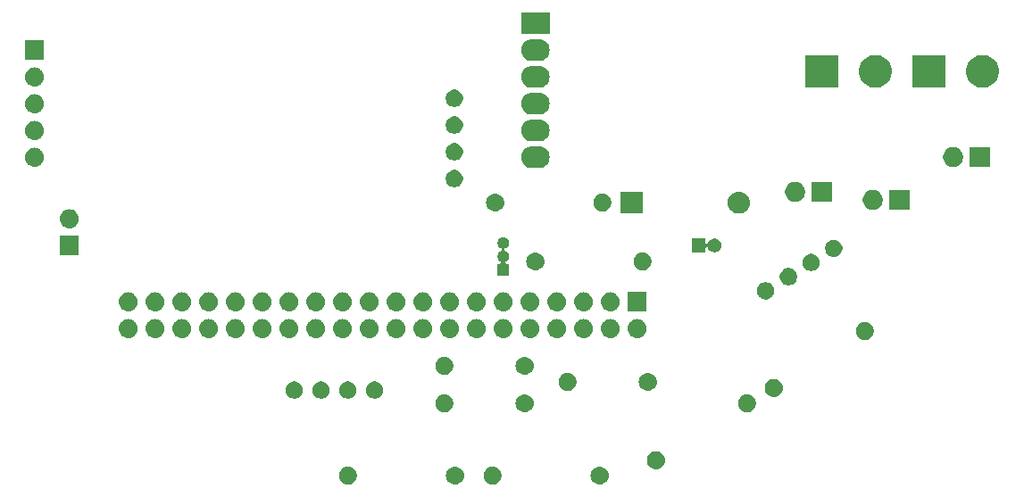
<source format=gbr>
G04 #@! TF.GenerationSoftware,KiCad,Pcbnew,(5.0.2)-1*
G04 #@! TF.CreationDate,2021-03-21T08:53:35+01:00*
G04 #@! TF.ProjectId,Radmesser,5261646d-6573-4736-9572-2e6b69636164,rev?*
G04 #@! TF.SameCoordinates,Original*
G04 #@! TF.FileFunction,Soldermask,Bot*
G04 #@! TF.FilePolarity,Negative*
%FSLAX46Y46*%
G04 Gerber Fmt 4.6, Leading zero omitted, Abs format (unit mm)*
G04 Created by KiCad (PCBNEW (5.0.2)-1) date 21.03.2021 08:53:35*
%MOMM*%
%LPD*%
G01*
G04 APERTURE LIST*
%ADD10C,0.100000*%
G04 APERTURE END LIST*
D10*
G36*
X191936821Y-132511313D02*
X191936824Y-132511314D01*
X191936825Y-132511314D01*
X192097239Y-132559975D01*
X192097241Y-132559976D01*
X192097244Y-132559977D01*
X192245078Y-132638995D01*
X192374659Y-132745341D01*
X192481005Y-132874922D01*
X192560023Y-133022756D01*
X192560024Y-133022759D01*
X192560025Y-133022761D01*
X192608686Y-133183175D01*
X192608687Y-133183179D01*
X192625117Y-133350000D01*
X192608687Y-133516821D01*
X192608686Y-133516824D01*
X192608686Y-133516825D01*
X192583993Y-133598228D01*
X192560023Y-133677244D01*
X192481005Y-133825078D01*
X192374659Y-133954659D01*
X192245078Y-134061005D01*
X192097244Y-134140023D01*
X192097241Y-134140024D01*
X192097239Y-134140025D01*
X191936825Y-134188686D01*
X191936824Y-134188686D01*
X191936821Y-134188687D01*
X191811804Y-134201000D01*
X191728196Y-134201000D01*
X191603179Y-134188687D01*
X191603176Y-134188686D01*
X191603175Y-134188686D01*
X191442761Y-134140025D01*
X191442759Y-134140024D01*
X191442756Y-134140023D01*
X191294922Y-134061005D01*
X191165341Y-133954659D01*
X191058995Y-133825078D01*
X190979977Y-133677244D01*
X190956008Y-133598228D01*
X190931314Y-133516825D01*
X190931314Y-133516824D01*
X190931313Y-133516821D01*
X190914883Y-133350000D01*
X190931313Y-133183179D01*
X190931314Y-133183175D01*
X190979975Y-133022761D01*
X190979976Y-133022759D01*
X190979977Y-133022756D01*
X191058995Y-132874922D01*
X191165341Y-132745341D01*
X191294922Y-132638995D01*
X191442756Y-132559977D01*
X191442759Y-132559976D01*
X191442761Y-132559975D01*
X191603175Y-132511314D01*
X191603176Y-132511314D01*
X191603179Y-132511313D01*
X191728196Y-132499000D01*
X191811804Y-132499000D01*
X191936821Y-132511313D01*
X191936821Y-132511313D01*
G37*
G36*
X168142228Y-132531703D02*
X168297100Y-132595853D01*
X168436481Y-132688985D01*
X168555015Y-132807519D01*
X168648147Y-132946900D01*
X168712297Y-133101772D01*
X168745000Y-133266184D01*
X168745000Y-133433816D01*
X168712297Y-133598228D01*
X168648147Y-133753100D01*
X168555015Y-133892481D01*
X168436481Y-134011015D01*
X168297100Y-134104147D01*
X168142228Y-134168297D01*
X167977816Y-134201000D01*
X167810184Y-134201000D01*
X167645772Y-134168297D01*
X167490900Y-134104147D01*
X167351519Y-134011015D01*
X167232985Y-133892481D01*
X167139853Y-133753100D01*
X167075703Y-133598228D01*
X167043000Y-133433816D01*
X167043000Y-133266184D01*
X167075703Y-133101772D01*
X167139853Y-132946900D01*
X167232985Y-132807519D01*
X167351519Y-132688985D01*
X167490900Y-132595853D01*
X167645772Y-132531703D01*
X167810184Y-132499000D01*
X167977816Y-132499000D01*
X168142228Y-132531703D01*
X168142228Y-132531703D01*
G37*
G36*
X178220821Y-132511313D02*
X178220824Y-132511314D01*
X178220825Y-132511314D01*
X178381239Y-132559975D01*
X178381241Y-132559976D01*
X178381244Y-132559977D01*
X178529078Y-132638995D01*
X178658659Y-132745341D01*
X178765005Y-132874922D01*
X178844023Y-133022756D01*
X178844024Y-133022759D01*
X178844025Y-133022761D01*
X178892686Y-133183175D01*
X178892687Y-133183179D01*
X178909117Y-133350000D01*
X178892687Y-133516821D01*
X178892686Y-133516824D01*
X178892686Y-133516825D01*
X178867993Y-133598228D01*
X178844023Y-133677244D01*
X178765005Y-133825078D01*
X178658659Y-133954659D01*
X178529078Y-134061005D01*
X178381244Y-134140023D01*
X178381241Y-134140024D01*
X178381239Y-134140025D01*
X178220825Y-134188686D01*
X178220824Y-134188686D01*
X178220821Y-134188687D01*
X178095804Y-134201000D01*
X178012196Y-134201000D01*
X177887179Y-134188687D01*
X177887176Y-134188686D01*
X177887175Y-134188686D01*
X177726761Y-134140025D01*
X177726759Y-134140024D01*
X177726756Y-134140023D01*
X177578922Y-134061005D01*
X177449341Y-133954659D01*
X177342995Y-133825078D01*
X177263977Y-133677244D01*
X177240008Y-133598228D01*
X177215314Y-133516825D01*
X177215314Y-133516824D01*
X177215313Y-133516821D01*
X177198883Y-133350000D01*
X177215313Y-133183179D01*
X177215314Y-133183175D01*
X177263975Y-133022761D01*
X177263976Y-133022759D01*
X177263977Y-133022756D01*
X177342995Y-132874922D01*
X177449341Y-132745341D01*
X177578922Y-132638995D01*
X177726756Y-132559977D01*
X177726759Y-132559976D01*
X177726761Y-132559975D01*
X177887175Y-132511314D01*
X177887176Y-132511314D01*
X177887179Y-132511313D01*
X178012196Y-132499000D01*
X178095804Y-132499000D01*
X178220821Y-132511313D01*
X178220821Y-132511313D01*
G37*
G36*
X181858228Y-132531703D02*
X182013100Y-132595853D01*
X182152481Y-132688985D01*
X182271015Y-132807519D01*
X182364147Y-132946900D01*
X182428297Y-133101772D01*
X182461000Y-133266184D01*
X182461000Y-133433816D01*
X182428297Y-133598228D01*
X182364147Y-133753100D01*
X182271015Y-133892481D01*
X182152481Y-134011015D01*
X182013100Y-134104147D01*
X181858228Y-134168297D01*
X181693816Y-134201000D01*
X181526184Y-134201000D01*
X181361772Y-134168297D01*
X181206900Y-134104147D01*
X181067519Y-134011015D01*
X180948985Y-133892481D01*
X180855853Y-133753100D01*
X180791703Y-133598228D01*
X180759000Y-133433816D01*
X180759000Y-133266184D01*
X180791703Y-133101772D01*
X180855853Y-132946900D01*
X180948985Y-132807519D01*
X181067519Y-132688985D01*
X181206900Y-132595853D01*
X181361772Y-132531703D01*
X181526184Y-132499000D01*
X181693816Y-132499000D01*
X181858228Y-132531703D01*
X181858228Y-132531703D01*
G37*
G36*
X197290652Y-131037293D02*
X197290655Y-131037294D01*
X197290656Y-131037294D01*
X197451070Y-131085955D01*
X197451072Y-131085956D01*
X197451075Y-131085957D01*
X197598909Y-131164975D01*
X197728490Y-131271321D01*
X197834836Y-131400902D01*
X197913854Y-131548736D01*
X197962518Y-131709159D01*
X197978948Y-131875980D01*
X197962518Y-132042801D01*
X197913854Y-132203224D01*
X197834836Y-132351058D01*
X197728490Y-132480639D01*
X197598909Y-132586985D01*
X197451075Y-132666003D01*
X197451072Y-132666004D01*
X197451070Y-132666005D01*
X197290656Y-132714666D01*
X197290655Y-132714666D01*
X197290652Y-132714667D01*
X197165635Y-132726980D01*
X197082027Y-132726980D01*
X196957010Y-132714667D01*
X196957007Y-132714666D01*
X196957006Y-132714666D01*
X196796592Y-132666005D01*
X196796590Y-132666004D01*
X196796587Y-132666003D01*
X196648753Y-132586985D01*
X196519172Y-132480639D01*
X196412826Y-132351058D01*
X196333808Y-132203224D01*
X196285144Y-132042801D01*
X196268714Y-131875980D01*
X196285144Y-131709159D01*
X196333808Y-131548736D01*
X196412826Y-131400902D01*
X196519172Y-131271321D01*
X196648753Y-131164975D01*
X196796587Y-131085957D01*
X196796590Y-131085956D01*
X196796592Y-131085955D01*
X196957006Y-131037294D01*
X196957007Y-131037294D01*
X196957010Y-131037293D01*
X197082027Y-131024980D01*
X197165635Y-131024980D01*
X197290652Y-131037293D01*
X197290652Y-131037293D01*
G37*
G36*
X177286228Y-125673703D02*
X177441100Y-125737853D01*
X177580481Y-125830985D01*
X177699015Y-125949519D01*
X177792147Y-126088900D01*
X177856297Y-126243772D01*
X177889000Y-126408184D01*
X177889000Y-126575816D01*
X177856297Y-126740228D01*
X177792147Y-126895100D01*
X177699015Y-127034481D01*
X177580481Y-127153015D01*
X177441100Y-127246147D01*
X177286228Y-127310297D01*
X177121816Y-127343000D01*
X176954184Y-127343000D01*
X176789772Y-127310297D01*
X176634900Y-127246147D01*
X176495519Y-127153015D01*
X176376985Y-127034481D01*
X176283853Y-126895100D01*
X176219703Y-126740228D01*
X176187000Y-126575816D01*
X176187000Y-126408184D01*
X176219703Y-126243772D01*
X176283853Y-126088900D01*
X176376985Y-125949519D01*
X176495519Y-125830985D01*
X176634900Y-125737853D01*
X176789772Y-125673703D01*
X176954184Y-125641000D01*
X177121816Y-125641000D01*
X177286228Y-125673703D01*
X177286228Y-125673703D01*
G37*
G36*
X205988228Y-125673703D02*
X206143100Y-125737853D01*
X206282481Y-125830985D01*
X206401015Y-125949519D01*
X206494147Y-126088900D01*
X206558297Y-126243772D01*
X206591000Y-126408184D01*
X206591000Y-126575816D01*
X206558297Y-126740228D01*
X206494147Y-126895100D01*
X206401015Y-127034481D01*
X206282481Y-127153015D01*
X206143100Y-127246147D01*
X205988228Y-127310297D01*
X205823816Y-127343000D01*
X205656184Y-127343000D01*
X205491772Y-127310297D01*
X205336900Y-127246147D01*
X205197519Y-127153015D01*
X205078985Y-127034481D01*
X204985853Y-126895100D01*
X204921703Y-126740228D01*
X204889000Y-126575816D01*
X204889000Y-126408184D01*
X204921703Y-126243772D01*
X204985853Y-126088900D01*
X205078985Y-125949519D01*
X205197519Y-125830985D01*
X205336900Y-125737853D01*
X205491772Y-125673703D01*
X205656184Y-125641000D01*
X205823816Y-125641000D01*
X205988228Y-125673703D01*
X205988228Y-125673703D01*
G37*
G36*
X184824821Y-125653313D02*
X184824824Y-125653314D01*
X184824825Y-125653314D01*
X184985239Y-125701975D01*
X184985241Y-125701976D01*
X184985244Y-125701977D01*
X185133078Y-125780995D01*
X185262659Y-125887341D01*
X185369005Y-126016922D01*
X185448023Y-126164756D01*
X185448024Y-126164759D01*
X185448025Y-126164761D01*
X185496686Y-126325175D01*
X185496687Y-126325179D01*
X185513117Y-126492000D01*
X185496687Y-126658821D01*
X185496686Y-126658824D01*
X185496686Y-126658825D01*
X185471993Y-126740228D01*
X185448023Y-126819244D01*
X185369005Y-126967078D01*
X185262659Y-127096659D01*
X185133078Y-127203005D01*
X184985244Y-127282023D01*
X184985241Y-127282024D01*
X184985239Y-127282025D01*
X184824825Y-127330686D01*
X184824824Y-127330686D01*
X184824821Y-127330687D01*
X184699804Y-127343000D01*
X184616196Y-127343000D01*
X184491179Y-127330687D01*
X184491176Y-127330686D01*
X184491175Y-127330686D01*
X184330761Y-127282025D01*
X184330759Y-127282024D01*
X184330756Y-127282023D01*
X184182922Y-127203005D01*
X184053341Y-127096659D01*
X183946995Y-126967078D01*
X183867977Y-126819244D01*
X183844008Y-126740228D01*
X183819314Y-126658825D01*
X183819314Y-126658824D01*
X183819313Y-126658821D01*
X183802883Y-126492000D01*
X183819313Y-126325179D01*
X183819314Y-126325175D01*
X183867975Y-126164761D01*
X183867976Y-126164759D01*
X183867977Y-126164756D01*
X183946995Y-126016922D01*
X184053341Y-125887341D01*
X184182922Y-125780995D01*
X184330756Y-125701977D01*
X184330759Y-125701976D01*
X184330761Y-125701975D01*
X184491175Y-125653314D01*
X184491176Y-125653314D01*
X184491179Y-125653313D01*
X184616196Y-125641000D01*
X184699804Y-125641000D01*
X184824821Y-125653313D01*
X184824821Y-125653313D01*
G37*
G36*
X170672016Y-124437359D02*
X170672019Y-124437360D01*
X170672018Y-124437360D01*
X170820521Y-124498871D01*
X170954170Y-124588173D01*
X171067828Y-124701831D01*
X171157130Y-124835480D01*
X171163624Y-124851159D01*
X171218642Y-124983985D01*
X171250000Y-125141631D01*
X171250000Y-125302371D01*
X171218642Y-125460017D01*
X171218641Y-125460019D01*
X171157130Y-125608522D01*
X171067828Y-125742171D01*
X170954170Y-125855829D01*
X170820521Y-125945131D01*
X170697497Y-125996088D01*
X170672016Y-126006643D01*
X170514370Y-126038001D01*
X170353630Y-126038001D01*
X170195984Y-126006643D01*
X170170503Y-125996088D01*
X170047479Y-125945131D01*
X169913830Y-125855829D01*
X169800172Y-125742171D01*
X169710870Y-125608522D01*
X169649359Y-125460019D01*
X169649358Y-125460017D01*
X169618000Y-125302371D01*
X169618000Y-125141631D01*
X169649358Y-124983985D01*
X169704376Y-124851159D01*
X169710870Y-124835480D01*
X169800172Y-124701831D01*
X169913830Y-124588173D01*
X170047479Y-124498871D01*
X170195982Y-124437360D01*
X170195981Y-124437360D01*
X170195984Y-124437359D01*
X170353630Y-124406001D01*
X170514370Y-124406001D01*
X170672016Y-124437359D01*
X170672016Y-124437359D01*
G37*
G36*
X165592016Y-124437358D02*
X165617497Y-124447913D01*
X165740521Y-124498870D01*
X165874170Y-124588172D01*
X165987828Y-124701830D01*
X166077130Y-124835479D01*
X166128087Y-124958503D01*
X166138642Y-124983984D01*
X166170000Y-125141630D01*
X166170000Y-125302370D01*
X166138642Y-125460016D01*
X166138641Y-125460018D01*
X166077130Y-125608521D01*
X165987828Y-125742170D01*
X165874170Y-125855828D01*
X165740521Y-125945130D01*
X165617497Y-125996087D01*
X165592016Y-126006642D01*
X165434370Y-126038000D01*
X165273630Y-126038000D01*
X165115984Y-126006642D01*
X165090503Y-125996087D01*
X164967479Y-125945130D01*
X164833830Y-125855828D01*
X164720172Y-125742170D01*
X164630870Y-125608521D01*
X164569359Y-125460018D01*
X164569358Y-125460016D01*
X164538000Y-125302370D01*
X164538000Y-125141630D01*
X164569358Y-124983984D01*
X164579913Y-124958503D01*
X164630870Y-124835479D01*
X164720172Y-124701830D01*
X164833830Y-124588172D01*
X164967479Y-124498870D01*
X165090503Y-124447913D01*
X165115984Y-124437358D01*
X165273630Y-124406000D01*
X165434370Y-124406000D01*
X165592016Y-124437358D01*
X165592016Y-124437358D01*
G37*
G36*
X168132016Y-124437358D02*
X168157497Y-124447913D01*
X168280521Y-124498870D01*
X168414170Y-124588172D01*
X168527828Y-124701830D01*
X168617130Y-124835479D01*
X168668087Y-124958503D01*
X168678642Y-124983984D01*
X168710000Y-125141630D01*
X168710000Y-125302370D01*
X168678642Y-125460016D01*
X168678641Y-125460018D01*
X168617130Y-125608521D01*
X168527828Y-125742170D01*
X168414170Y-125855828D01*
X168280521Y-125945130D01*
X168157497Y-125996087D01*
X168132016Y-126006642D01*
X167974370Y-126038000D01*
X167813630Y-126038000D01*
X167655984Y-126006642D01*
X167630503Y-125996087D01*
X167507479Y-125945130D01*
X167373830Y-125855828D01*
X167260172Y-125742170D01*
X167170870Y-125608521D01*
X167109359Y-125460018D01*
X167109358Y-125460016D01*
X167078000Y-125302370D01*
X167078000Y-125141630D01*
X167109358Y-124983984D01*
X167119913Y-124958503D01*
X167170870Y-124835479D01*
X167260172Y-124701830D01*
X167373830Y-124588172D01*
X167507479Y-124498870D01*
X167630503Y-124447913D01*
X167655984Y-124437358D01*
X167813630Y-124406000D01*
X167974370Y-124406000D01*
X168132016Y-124437358D01*
X168132016Y-124437358D01*
G37*
G36*
X163052016Y-124437357D02*
X163052023Y-124437360D01*
X163200521Y-124498869D01*
X163334170Y-124588171D01*
X163447828Y-124701829D01*
X163537130Y-124835478D01*
X163548571Y-124863100D01*
X163598642Y-124983983D01*
X163630000Y-125141629D01*
X163630000Y-125302369D01*
X163598642Y-125460015D01*
X163598641Y-125460017D01*
X163537130Y-125608520D01*
X163447828Y-125742169D01*
X163334170Y-125855827D01*
X163200521Y-125945129D01*
X163077497Y-125996086D01*
X163052016Y-126006641D01*
X162894370Y-126037999D01*
X162733630Y-126037999D01*
X162575984Y-126006641D01*
X162550503Y-125996086D01*
X162427479Y-125945129D01*
X162293830Y-125855827D01*
X162180172Y-125742169D01*
X162090870Y-125608520D01*
X162029359Y-125460017D01*
X162029358Y-125460015D01*
X161998000Y-125302369D01*
X161998000Y-125141629D01*
X162029358Y-124983983D01*
X162079429Y-124863100D01*
X162090870Y-124835478D01*
X162180172Y-124701829D01*
X162293830Y-124588171D01*
X162427479Y-124498869D01*
X162575977Y-124437360D01*
X162575984Y-124437357D01*
X162733630Y-124405999D01*
X162894370Y-124405999D01*
X163052016Y-124437357D01*
X163052016Y-124437357D01*
G37*
G36*
X208466652Y-124179293D02*
X208466655Y-124179294D01*
X208466656Y-124179294D01*
X208627070Y-124227955D01*
X208627072Y-124227956D01*
X208627075Y-124227957D01*
X208774909Y-124306975D01*
X208904490Y-124413321D01*
X209010836Y-124542902D01*
X209089854Y-124690736D01*
X209089855Y-124690739D01*
X209089856Y-124690741D01*
X209138517Y-124851155D01*
X209138518Y-124851159D01*
X209154948Y-125017980D01*
X209138518Y-125184801D01*
X209138517Y-125184804D01*
X209138517Y-125184805D01*
X209102854Y-125302371D01*
X209089854Y-125345224D01*
X209010836Y-125493058D01*
X208904490Y-125622639D01*
X208774909Y-125728985D01*
X208627075Y-125808003D01*
X208627072Y-125808004D01*
X208627070Y-125808005D01*
X208466656Y-125856666D01*
X208466655Y-125856666D01*
X208466652Y-125856667D01*
X208341635Y-125868980D01*
X208258027Y-125868980D01*
X208133010Y-125856667D01*
X208133007Y-125856666D01*
X208133006Y-125856666D01*
X207972592Y-125808005D01*
X207972590Y-125808004D01*
X207972587Y-125808003D01*
X207824753Y-125728985D01*
X207695172Y-125622639D01*
X207588826Y-125493058D01*
X207509808Y-125345224D01*
X207496809Y-125302371D01*
X207461145Y-125184805D01*
X207461145Y-125184804D01*
X207461144Y-125184801D01*
X207444714Y-125017980D01*
X207461144Y-124851159D01*
X207461145Y-124851155D01*
X207509806Y-124690741D01*
X207509807Y-124690739D01*
X207509808Y-124690736D01*
X207588826Y-124542902D01*
X207695172Y-124413321D01*
X207824753Y-124306975D01*
X207972587Y-124227957D01*
X207972590Y-124227956D01*
X207972592Y-124227955D01*
X208133006Y-124179294D01*
X208133007Y-124179294D01*
X208133010Y-124179293D01*
X208258027Y-124166980D01*
X208341635Y-124166980D01*
X208466652Y-124179293D01*
X208466652Y-124179293D01*
G37*
G36*
X188970228Y-123641703D02*
X189125100Y-123705853D01*
X189264481Y-123798985D01*
X189383015Y-123917519D01*
X189476147Y-124056900D01*
X189540297Y-124211772D01*
X189573000Y-124376184D01*
X189573000Y-124543816D01*
X189540297Y-124708228D01*
X189476147Y-124863100D01*
X189383015Y-125002481D01*
X189264481Y-125121015D01*
X189125100Y-125214147D01*
X188970228Y-125278297D01*
X188805816Y-125311000D01*
X188638184Y-125311000D01*
X188473772Y-125278297D01*
X188318900Y-125214147D01*
X188179519Y-125121015D01*
X188060985Y-125002481D01*
X187967853Y-124863100D01*
X187903703Y-124708228D01*
X187871000Y-124543816D01*
X187871000Y-124376184D01*
X187903703Y-124211772D01*
X187967853Y-124056900D01*
X188060985Y-123917519D01*
X188179519Y-123798985D01*
X188318900Y-123705853D01*
X188473772Y-123641703D01*
X188638184Y-123609000D01*
X188805816Y-123609000D01*
X188970228Y-123641703D01*
X188970228Y-123641703D01*
G37*
G36*
X196508821Y-123621313D02*
X196508824Y-123621314D01*
X196508825Y-123621314D01*
X196669239Y-123669975D01*
X196669241Y-123669976D01*
X196669244Y-123669977D01*
X196817078Y-123748995D01*
X196946659Y-123855341D01*
X197053005Y-123984922D01*
X197132023Y-124132756D01*
X197132024Y-124132759D01*
X197132025Y-124132761D01*
X197160902Y-124227957D01*
X197180687Y-124293179D01*
X197197117Y-124460000D01*
X197180687Y-124626821D01*
X197180686Y-124626824D01*
X197180686Y-124626825D01*
X197155993Y-124708228D01*
X197132023Y-124787244D01*
X197053005Y-124935078D01*
X196946659Y-125064659D01*
X196817078Y-125171005D01*
X196669244Y-125250023D01*
X196669241Y-125250024D01*
X196669239Y-125250025D01*
X196508825Y-125298686D01*
X196508824Y-125298686D01*
X196508821Y-125298687D01*
X196383804Y-125311000D01*
X196300196Y-125311000D01*
X196175179Y-125298687D01*
X196175176Y-125298686D01*
X196175175Y-125298686D01*
X196014761Y-125250025D01*
X196014759Y-125250024D01*
X196014756Y-125250023D01*
X195866922Y-125171005D01*
X195737341Y-125064659D01*
X195630995Y-124935078D01*
X195551977Y-124787244D01*
X195528008Y-124708228D01*
X195503314Y-124626825D01*
X195503314Y-124626824D01*
X195503313Y-124626821D01*
X195486883Y-124460000D01*
X195503313Y-124293179D01*
X195523098Y-124227957D01*
X195551975Y-124132761D01*
X195551976Y-124132759D01*
X195551977Y-124132756D01*
X195630995Y-123984922D01*
X195737341Y-123855341D01*
X195866922Y-123748995D01*
X196014756Y-123669977D01*
X196014759Y-123669976D01*
X196014761Y-123669975D01*
X196175175Y-123621314D01*
X196175176Y-123621314D01*
X196175179Y-123621313D01*
X196300196Y-123609000D01*
X196383804Y-123609000D01*
X196508821Y-123621313D01*
X196508821Y-123621313D01*
G37*
G36*
X177286228Y-122117703D02*
X177441100Y-122181853D01*
X177580481Y-122274985D01*
X177699015Y-122393519D01*
X177792147Y-122532900D01*
X177856297Y-122687772D01*
X177889000Y-122852184D01*
X177889000Y-123019816D01*
X177856297Y-123184228D01*
X177792147Y-123339100D01*
X177699015Y-123478481D01*
X177580481Y-123597015D01*
X177441100Y-123690147D01*
X177286228Y-123754297D01*
X177121816Y-123787000D01*
X176954184Y-123787000D01*
X176789772Y-123754297D01*
X176634900Y-123690147D01*
X176495519Y-123597015D01*
X176376985Y-123478481D01*
X176283853Y-123339100D01*
X176219703Y-123184228D01*
X176187000Y-123019816D01*
X176187000Y-122852184D01*
X176219703Y-122687772D01*
X176283853Y-122532900D01*
X176376985Y-122393519D01*
X176495519Y-122274985D01*
X176634900Y-122181853D01*
X176789772Y-122117703D01*
X176954184Y-122085000D01*
X177121816Y-122085000D01*
X177286228Y-122117703D01*
X177286228Y-122117703D01*
G37*
G36*
X184824821Y-122097313D02*
X184824824Y-122097314D01*
X184824825Y-122097314D01*
X184985239Y-122145975D01*
X184985241Y-122145976D01*
X184985244Y-122145977D01*
X185133078Y-122224995D01*
X185262659Y-122331341D01*
X185369005Y-122460922D01*
X185448023Y-122608756D01*
X185448024Y-122608759D01*
X185448025Y-122608761D01*
X185496686Y-122769175D01*
X185496687Y-122769179D01*
X185513117Y-122936000D01*
X185496687Y-123102821D01*
X185496686Y-123102824D01*
X185496686Y-123102825D01*
X185471993Y-123184228D01*
X185448023Y-123263244D01*
X185369005Y-123411078D01*
X185262659Y-123540659D01*
X185133078Y-123647005D01*
X184985244Y-123726023D01*
X184985241Y-123726024D01*
X184985239Y-123726025D01*
X184824825Y-123774686D01*
X184824824Y-123774686D01*
X184824821Y-123774687D01*
X184699804Y-123787000D01*
X184616196Y-123787000D01*
X184491179Y-123774687D01*
X184491176Y-123774686D01*
X184491175Y-123774686D01*
X184330761Y-123726025D01*
X184330759Y-123726024D01*
X184330756Y-123726023D01*
X184182922Y-123647005D01*
X184053341Y-123540659D01*
X183946995Y-123411078D01*
X183867977Y-123263244D01*
X183844008Y-123184228D01*
X183819314Y-123102825D01*
X183819314Y-123102824D01*
X183819313Y-123102821D01*
X183802883Y-122936000D01*
X183819313Y-122769179D01*
X183819314Y-122769175D01*
X183867975Y-122608761D01*
X183867976Y-122608759D01*
X183867977Y-122608756D01*
X183946995Y-122460922D01*
X184053341Y-122331341D01*
X184182922Y-122224995D01*
X184330756Y-122145977D01*
X184330759Y-122145976D01*
X184330761Y-122145975D01*
X184491175Y-122097314D01*
X184491176Y-122097314D01*
X184491179Y-122097313D01*
X184616196Y-122085000D01*
X184699804Y-122085000D01*
X184824821Y-122097313D01*
X184824821Y-122097313D01*
G37*
G36*
X217164228Y-118815703D02*
X217319100Y-118879853D01*
X217458481Y-118972985D01*
X217577015Y-119091519D01*
X217670147Y-119230900D01*
X217734297Y-119385772D01*
X217767000Y-119550184D01*
X217767000Y-119717816D01*
X217734297Y-119882228D01*
X217670147Y-120037100D01*
X217577015Y-120176481D01*
X217458481Y-120295015D01*
X217319100Y-120388147D01*
X217164228Y-120452297D01*
X216999816Y-120485000D01*
X216832184Y-120485000D01*
X216667772Y-120452297D01*
X216512900Y-120388147D01*
X216373519Y-120295015D01*
X216254985Y-120176481D01*
X216161853Y-120037100D01*
X216097703Y-119882228D01*
X216065000Y-119717816D01*
X216065000Y-119550184D01*
X216097703Y-119385772D01*
X216161853Y-119230900D01*
X216254985Y-119091519D01*
X216373519Y-118972985D01*
X216512900Y-118879853D01*
X216667772Y-118815703D01*
X216832184Y-118783000D01*
X216999816Y-118783000D01*
X217164228Y-118815703D01*
X217164228Y-118815703D01*
G37*
G36*
X172576442Y-118485518D02*
X172642627Y-118492037D01*
X172755853Y-118526384D01*
X172812467Y-118543557D01*
X172951087Y-118617652D01*
X172968991Y-118627222D01*
X173004729Y-118656552D01*
X173106186Y-118739814D01*
X173168466Y-118815704D01*
X173218778Y-118877009D01*
X173218779Y-118877011D01*
X173302443Y-119033533D01*
X173302443Y-119033534D01*
X173353963Y-119203373D01*
X173371359Y-119380000D01*
X173353963Y-119556627D01*
X173319616Y-119669853D01*
X173302443Y-119726467D01*
X173228348Y-119865087D01*
X173218778Y-119882991D01*
X173189448Y-119918729D01*
X173106186Y-120020186D01*
X173004729Y-120103448D01*
X172968991Y-120132778D01*
X172968989Y-120132779D01*
X172812467Y-120216443D01*
X172755853Y-120233616D01*
X172642627Y-120267963D01*
X172576442Y-120274482D01*
X172510260Y-120281000D01*
X172421740Y-120281000D01*
X172355558Y-120274482D01*
X172289373Y-120267963D01*
X172176147Y-120233616D01*
X172119533Y-120216443D01*
X171963011Y-120132779D01*
X171963009Y-120132778D01*
X171927271Y-120103448D01*
X171825814Y-120020186D01*
X171742552Y-119918729D01*
X171713222Y-119882991D01*
X171703652Y-119865087D01*
X171629557Y-119726467D01*
X171612384Y-119669853D01*
X171578037Y-119556627D01*
X171560641Y-119380000D01*
X171578037Y-119203373D01*
X171629557Y-119033534D01*
X171629557Y-119033533D01*
X171713221Y-118877011D01*
X171713222Y-118877009D01*
X171763534Y-118815704D01*
X171825814Y-118739814D01*
X171927271Y-118656552D01*
X171963009Y-118627222D01*
X171980913Y-118617652D01*
X172119533Y-118543557D01*
X172176147Y-118526384D01*
X172289373Y-118492037D01*
X172355558Y-118485518D01*
X172421740Y-118479000D01*
X172510260Y-118479000D01*
X172576442Y-118485518D01*
X172576442Y-118485518D01*
G37*
G36*
X147176442Y-118485518D02*
X147242627Y-118492037D01*
X147355853Y-118526384D01*
X147412467Y-118543557D01*
X147551087Y-118617652D01*
X147568991Y-118627222D01*
X147604729Y-118656552D01*
X147706186Y-118739814D01*
X147768466Y-118815704D01*
X147818778Y-118877009D01*
X147818779Y-118877011D01*
X147902443Y-119033533D01*
X147902443Y-119033534D01*
X147953963Y-119203373D01*
X147971359Y-119380000D01*
X147953963Y-119556627D01*
X147919616Y-119669853D01*
X147902443Y-119726467D01*
X147828348Y-119865087D01*
X147818778Y-119882991D01*
X147789448Y-119918729D01*
X147706186Y-120020186D01*
X147604729Y-120103448D01*
X147568991Y-120132778D01*
X147568989Y-120132779D01*
X147412467Y-120216443D01*
X147355853Y-120233616D01*
X147242627Y-120267963D01*
X147176442Y-120274482D01*
X147110260Y-120281000D01*
X147021740Y-120281000D01*
X146955558Y-120274482D01*
X146889373Y-120267963D01*
X146776147Y-120233616D01*
X146719533Y-120216443D01*
X146563011Y-120132779D01*
X146563009Y-120132778D01*
X146527271Y-120103448D01*
X146425814Y-120020186D01*
X146342552Y-119918729D01*
X146313222Y-119882991D01*
X146303652Y-119865087D01*
X146229557Y-119726467D01*
X146212384Y-119669853D01*
X146178037Y-119556627D01*
X146160641Y-119380000D01*
X146178037Y-119203373D01*
X146229557Y-119033534D01*
X146229557Y-119033533D01*
X146313221Y-118877011D01*
X146313222Y-118877009D01*
X146363534Y-118815704D01*
X146425814Y-118739814D01*
X146527271Y-118656552D01*
X146563009Y-118627222D01*
X146580913Y-118617652D01*
X146719533Y-118543557D01*
X146776147Y-118526384D01*
X146889373Y-118492037D01*
X146955558Y-118485518D01*
X147021740Y-118479000D01*
X147110260Y-118479000D01*
X147176442Y-118485518D01*
X147176442Y-118485518D01*
G37*
G36*
X149716442Y-118485518D02*
X149782627Y-118492037D01*
X149895853Y-118526384D01*
X149952467Y-118543557D01*
X150091087Y-118617652D01*
X150108991Y-118627222D01*
X150144729Y-118656552D01*
X150246186Y-118739814D01*
X150308466Y-118815704D01*
X150358778Y-118877009D01*
X150358779Y-118877011D01*
X150442443Y-119033533D01*
X150442443Y-119033534D01*
X150493963Y-119203373D01*
X150511359Y-119380000D01*
X150493963Y-119556627D01*
X150459616Y-119669853D01*
X150442443Y-119726467D01*
X150368348Y-119865087D01*
X150358778Y-119882991D01*
X150329448Y-119918729D01*
X150246186Y-120020186D01*
X150144729Y-120103448D01*
X150108991Y-120132778D01*
X150108989Y-120132779D01*
X149952467Y-120216443D01*
X149895853Y-120233616D01*
X149782627Y-120267963D01*
X149716442Y-120274482D01*
X149650260Y-120281000D01*
X149561740Y-120281000D01*
X149495558Y-120274482D01*
X149429373Y-120267963D01*
X149316147Y-120233616D01*
X149259533Y-120216443D01*
X149103011Y-120132779D01*
X149103009Y-120132778D01*
X149067271Y-120103448D01*
X148965814Y-120020186D01*
X148882552Y-119918729D01*
X148853222Y-119882991D01*
X148843652Y-119865087D01*
X148769557Y-119726467D01*
X148752384Y-119669853D01*
X148718037Y-119556627D01*
X148700641Y-119380000D01*
X148718037Y-119203373D01*
X148769557Y-119033534D01*
X148769557Y-119033533D01*
X148853221Y-118877011D01*
X148853222Y-118877009D01*
X148903534Y-118815704D01*
X148965814Y-118739814D01*
X149067271Y-118656552D01*
X149103009Y-118627222D01*
X149120913Y-118617652D01*
X149259533Y-118543557D01*
X149316147Y-118526384D01*
X149429373Y-118492037D01*
X149495558Y-118485518D01*
X149561740Y-118479000D01*
X149650260Y-118479000D01*
X149716442Y-118485518D01*
X149716442Y-118485518D01*
G37*
G36*
X152256442Y-118485518D02*
X152322627Y-118492037D01*
X152435853Y-118526384D01*
X152492467Y-118543557D01*
X152631087Y-118617652D01*
X152648991Y-118627222D01*
X152684729Y-118656552D01*
X152786186Y-118739814D01*
X152848466Y-118815704D01*
X152898778Y-118877009D01*
X152898779Y-118877011D01*
X152982443Y-119033533D01*
X152982443Y-119033534D01*
X153033963Y-119203373D01*
X153051359Y-119380000D01*
X153033963Y-119556627D01*
X152999616Y-119669853D01*
X152982443Y-119726467D01*
X152908348Y-119865087D01*
X152898778Y-119882991D01*
X152869448Y-119918729D01*
X152786186Y-120020186D01*
X152684729Y-120103448D01*
X152648991Y-120132778D01*
X152648989Y-120132779D01*
X152492467Y-120216443D01*
X152435853Y-120233616D01*
X152322627Y-120267963D01*
X152256442Y-120274482D01*
X152190260Y-120281000D01*
X152101740Y-120281000D01*
X152035558Y-120274482D01*
X151969373Y-120267963D01*
X151856147Y-120233616D01*
X151799533Y-120216443D01*
X151643011Y-120132779D01*
X151643009Y-120132778D01*
X151607271Y-120103448D01*
X151505814Y-120020186D01*
X151422552Y-119918729D01*
X151393222Y-119882991D01*
X151383652Y-119865087D01*
X151309557Y-119726467D01*
X151292384Y-119669853D01*
X151258037Y-119556627D01*
X151240641Y-119380000D01*
X151258037Y-119203373D01*
X151309557Y-119033534D01*
X151309557Y-119033533D01*
X151393221Y-118877011D01*
X151393222Y-118877009D01*
X151443534Y-118815704D01*
X151505814Y-118739814D01*
X151607271Y-118656552D01*
X151643009Y-118627222D01*
X151660913Y-118617652D01*
X151799533Y-118543557D01*
X151856147Y-118526384D01*
X151969373Y-118492037D01*
X152035558Y-118485518D01*
X152101740Y-118479000D01*
X152190260Y-118479000D01*
X152256442Y-118485518D01*
X152256442Y-118485518D01*
G37*
G36*
X154796442Y-118485518D02*
X154862627Y-118492037D01*
X154975853Y-118526384D01*
X155032467Y-118543557D01*
X155171087Y-118617652D01*
X155188991Y-118627222D01*
X155224729Y-118656552D01*
X155326186Y-118739814D01*
X155388466Y-118815704D01*
X155438778Y-118877009D01*
X155438779Y-118877011D01*
X155522443Y-119033533D01*
X155522443Y-119033534D01*
X155573963Y-119203373D01*
X155591359Y-119380000D01*
X155573963Y-119556627D01*
X155539616Y-119669853D01*
X155522443Y-119726467D01*
X155448348Y-119865087D01*
X155438778Y-119882991D01*
X155409448Y-119918729D01*
X155326186Y-120020186D01*
X155224729Y-120103448D01*
X155188991Y-120132778D01*
X155188989Y-120132779D01*
X155032467Y-120216443D01*
X154975853Y-120233616D01*
X154862627Y-120267963D01*
X154796442Y-120274482D01*
X154730260Y-120281000D01*
X154641740Y-120281000D01*
X154575558Y-120274482D01*
X154509373Y-120267963D01*
X154396147Y-120233616D01*
X154339533Y-120216443D01*
X154183011Y-120132779D01*
X154183009Y-120132778D01*
X154147271Y-120103448D01*
X154045814Y-120020186D01*
X153962552Y-119918729D01*
X153933222Y-119882991D01*
X153923652Y-119865087D01*
X153849557Y-119726467D01*
X153832384Y-119669853D01*
X153798037Y-119556627D01*
X153780641Y-119380000D01*
X153798037Y-119203373D01*
X153849557Y-119033534D01*
X153849557Y-119033533D01*
X153933221Y-118877011D01*
X153933222Y-118877009D01*
X153983534Y-118815704D01*
X154045814Y-118739814D01*
X154147271Y-118656552D01*
X154183009Y-118627222D01*
X154200913Y-118617652D01*
X154339533Y-118543557D01*
X154396147Y-118526384D01*
X154509373Y-118492037D01*
X154575558Y-118485518D01*
X154641740Y-118479000D01*
X154730260Y-118479000D01*
X154796442Y-118485518D01*
X154796442Y-118485518D01*
G37*
G36*
X157336442Y-118485518D02*
X157402627Y-118492037D01*
X157515853Y-118526384D01*
X157572467Y-118543557D01*
X157711087Y-118617652D01*
X157728991Y-118627222D01*
X157764729Y-118656552D01*
X157866186Y-118739814D01*
X157928466Y-118815704D01*
X157978778Y-118877009D01*
X157978779Y-118877011D01*
X158062443Y-119033533D01*
X158062443Y-119033534D01*
X158113963Y-119203373D01*
X158131359Y-119380000D01*
X158113963Y-119556627D01*
X158079616Y-119669853D01*
X158062443Y-119726467D01*
X157988348Y-119865087D01*
X157978778Y-119882991D01*
X157949448Y-119918729D01*
X157866186Y-120020186D01*
X157764729Y-120103448D01*
X157728991Y-120132778D01*
X157728989Y-120132779D01*
X157572467Y-120216443D01*
X157515853Y-120233616D01*
X157402627Y-120267963D01*
X157336442Y-120274482D01*
X157270260Y-120281000D01*
X157181740Y-120281000D01*
X157115558Y-120274482D01*
X157049373Y-120267963D01*
X156936147Y-120233616D01*
X156879533Y-120216443D01*
X156723011Y-120132779D01*
X156723009Y-120132778D01*
X156687271Y-120103448D01*
X156585814Y-120020186D01*
X156502552Y-119918729D01*
X156473222Y-119882991D01*
X156463652Y-119865087D01*
X156389557Y-119726467D01*
X156372384Y-119669853D01*
X156338037Y-119556627D01*
X156320641Y-119380000D01*
X156338037Y-119203373D01*
X156389557Y-119033534D01*
X156389557Y-119033533D01*
X156473221Y-118877011D01*
X156473222Y-118877009D01*
X156523534Y-118815704D01*
X156585814Y-118739814D01*
X156687271Y-118656552D01*
X156723009Y-118627222D01*
X156740913Y-118617652D01*
X156879533Y-118543557D01*
X156936147Y-118526384D01*
X157049373Y-118492037D01*
X157115558Y-118485518D01*
X157181740Y-118479000D01*
X157270260Y-118479000D01*
X157336442Y-118485518D01*
X157336442Y-118485518D01*
G37*
G36*
X195436442Y-118485518D02*
X195502627Y-118492037D01*
X195615853Y-118526384D01*
X195672467Y-118543557D01*
X195811087Y-118617652D01*
X195828991Y-118627222D01*
X195864729Y-118656552D01*
X195966186Y-118739814D01*
X196028466Y-118815704D01*
X196078778Y-118877009D01*
X196078779Y-118877011D01*
X196162443Y-119033533D01*
X196162443Y-119033534D01*
X196213963Y-119203373D01*
X196231359Y-119380000D01*
X196213963Y-119556627D01*
X196179616Y-119669853D01*
X196162443Y-119726467D01*
X196088348Y-119865087D01*
X196078778Y-119882991D01*
X196049448Y-119918729D01*
X195966186Y-120020186D01*
X195864729Y-120103448D01*
X195828991Y-120132778D01*
X195828989Y-120132779D01*
X195672467Y-120216443D01*
X195615853Y-120233616D01*
X195502627Y-120267963D01*
X195436442Y-120274482D01*
X195370260Y-120281000D01*
X195281740Y-120281000D01*
X195215558Y-120274482D01*
X195149373Y-120267963D01*
X195036147Y-120233616D01*
X194979533Y-120216443D01*
X194823011Y-120132779D01*
X194823009Y-120132778D01*
X194787271Y-120103448D01*
X194685814Y-120020186D01*
X194602552Y-119918729D01*
X194573222Y-119882991D01*
X194563652Y-119865087D01*
X194489557Y-119726467D01*
X194472384Y-119669853D01*
X194438037Y-119556627D01*
X194420641Y-119380000D01*
X194438037Y-119203373D01*
X194489557Y-119033534D01*
X194489557Y-119033533D01*
X194573221Y-118877011D01*
X194573222Y-118877009D01*
X194623534Y-118815704D01*
X194685814Y-118739814D01*
X194787271Y-118656552D01*
X194823009Y-118627222D01*
X194840913Y-118617652D01*
X194979533Y-118543557D01*
X195036147Y-118526384D01*
X195149373Y-118492037D01*
X195215558Y-118485518D01*
X195281740Y-118479000D01*
X195370260Y-118479000D01*
X195436442Y-118485518D01*
X195436442Y-118485518D01*
G37*
G36*
X192896442Y-118485518D02*
X192962627Y-118492037D01*
X193075853Y-118526384D01*
X193132467Y-118543557D01*
X193271087Y-118617652D01*
X193288991Y-118627222D01*
X193324729Y-118656552D01*
X193426186Y-118739814D01*
X193488466Y-118815704D01*
X193538778Y-118877009D01*
X193538779Y-118877011D01*
X193622443Y-119033533D01*
X193622443Y-119033534D01*
X193673963Y-119203373D01*
X193691359Y-119380000D01*
X193673963Y-119556627D01*
X193639616Y-119669853D01*
X193622443Y-119726467D01*
X193548348Y-119865087D01*
X193538778Y-119882991D01*
X193509448Y-119918729D01*
X193426186Y-120020186D01*
X193324729Y-120103448D01*
X193288991Y-120132778D01*
X193288989Y-120132779D01*
X193132467Y-120216443D01*
X193075853Y-120233616D01*
X192962627Y-120267963D01*
X192896442Y-120274482D01*
X192830260Y-120281000D01*
X192741740Y-120281000D01*
X192675558Y-120274482D01*
X192609373Y-120267963D01*
X192496147Y-120233616D01*
X192439533Y-120216443D01*
X192283011Y-120132779D01*
X192283009Y-120132778D01*
X192247271Y-120103448D01*
X192145814Y-120020186D01*
X192062552Y-119918729D01*
X192033222Y-119882991D01*
X192023652Y-119865087D01*
X191949557Y-119726467D01*
X191932384Y-119669853D01*
X191898037Y-119556627D01*
X191880641Y-119380000D01*
X191898037Y-119203373D01*
X191949557Y-119033534D01*
X191949557Y-119033533D01*
X192033221Y-118877011D01*
X192033222Y-118877009D01*
X192083534Y-118815704D01*
X192145814Y-118739814D01*
X192247271Y-118656552D01*
X192283009Y-118627222D01*
X192300913Y-118617652D01*
X192439533Y-118543557D01*
X192496147Y-118526384D01*
X192609373Y-118492037D01*
X192675558Y-118485518D01*
X192741740Y-118479000D01*
X192830260Y-118479000D01*
X192896442Y-118485518D01*
X192896442Y-118485518D01*
G37*
G36*
X190356442Y-118485518D02*
X190422627Y-118492037D01*
X190535853Y-118526384D01*
X190592467Y-118543557D01*
X190731087Y-118617652D01*
X190748991Y-118627222D01*
X190784729Y-118656552D01*
X190886186Y-118739814D01*
X190948466Y-118815704D01*
X190998778Y-118877009D01*
X190998779Y-118877011D01*
X191082443Y-119033533D01*
X191082443Y-119033534D01*
X191133963Y-119203373D01*
X191151359Y-119380000D01*
X191133963Y-119556627D01*
X191099616Y-119669853D01*
X191082443Y-119726467D01*
X191008348Y-119865087D01*
X190998778Y-119882991D01*
X190969448Y-119918729D01*
X190886186Y-120020186D01*
X190784729Y-120103448D01*
X190748991Y-120132778D01*
X190748989Y-120132779D01*
X190592467Y-120216443D01*
X190535853Y-120233616D01*
X190422627Y-120267963D01*
X190356442Y-120274482D01*
X190290260Y-120281000D01*
X190201740Y-120281000D01*
X190135558Y-120274482D01*
X190069373Y-120267963D01*
X189956147Y-120233616D01*
X189899533Y-120216443D01*
X189743011Y-120132779D01*
X189743009Y-120132778D01*
X189707271Y-120103448D01*
X189605814Y-120020186D01*
X189522552Y-119918729D01*
X189493222Y-119882991D01*
X189483652Y-119865087D01*
X189409557Y-119726467D01*
X189392384Y-119669853D01*
X189358037Y-119556627D01*
X189340641Y-119380000D01*
X189358037Y-119203373D01*
X189409557Y-119033534D01*
X189409557Y-119033533D01*
X189493221Y-118877011D01*
X189493222Y-118877009D01*
X189543534Y-118815704D01*
X189605814Y-118739814D01*
X189707271Y-118656552D01*
X189743009Y-118627222D01*
X189760913Y-118617652D01*
X189899533Y-118543557D01*
X189956147Y-118526384D01*
X190069373Y-118492037D01*
X190135558Y-118485518D01*
X190201740Y-118479000D01*
X190290260Y-118479000D01*
X190356442Y-118485518D01*
X190356442Y-118485518D01*
G37*
G36*
X187816442Y-118485518D02*
X187882627Y-118492037D01*
X187995853Y-118526384D01*
X188052467Y-118543557D01*
X188191087Y-118617652D01*
X188208991Y-118627222D01*
X188244729Y-118656552D01*
X188346186Y-118739814D01*
X188408466Y-118815704D01*
X188458778Y-118877009D01*
X188458779Y-118877011D01*
X188542443Y-119033533D01*
X188542443Y-119033534D01*
X188593963Y-119203373D01*
X188611359Y-119380000D01*
X188593963Y-119556627D01*
X188559616Y-119669853D01*
X188542443Y-119726467D01*
X188468348Y-119865087D01*
X188458778Y-119882991D01*
X188429448Y-119918729D01*
X188346186Y-120020186D01*
X188244729Y-120103448D01*
X188208991Y-120132778D01*
X188208989Y-120132779D01*
X188052467Y-120216443D01*
X187995853Y-120233616D01*
X187882627Y-120267963D01*
X187816442Y-120274482D01*
X187750260Y-120281000D01*
X187661740Y-120281000D01*
X187595558Y-120274482D01*
X187529373Y-120267963D01*
X187416147Y-120233616D01*
X187359533Y-120216443D01*
X187203011Y-120132779D01*
X187203009Y-120132778D01*
X187167271Y-120103448D01*
X187065814Y-120020186D01*
X186982552Y-119918729D01*
X186953222Y-119882991D01*
X186943652Y-119865087D01*
X186869557Y-119726467D01*
X186852384Y-119669853D01*
X186818037Y-119556627D01*
X186800641Y-119380000D01*
X186818037Y-119203373D01*
X186869557Y-119033534D01*
X186869557Y-119033533D01*
X186953221Y-118877011D01*
X186953222Y-118877009D01*
X187003534Y-118815704D01*
X187065814Y-118739814D01*
X187167271Y-118656552D01*
X187203009Y-118627222D01*
X187220913Y-118617652D01*
X187359533Y-118543557D01*
X187416147Y-118526384D01*
X187529373Y-118492037D01*
X187595558Y-118485518D01*
X187661740Y-118479000D01*
X187750260Y-118479000D01*
X187816442Y-118485518D01*
X187816442Y-118485518D01*
G37*
G36*
X180196442Y-118485518D02*
X180262627Y-118492037D01*
X180375853Y-118526384D01*
X180432467Y-118543557D01*
X180571087Y-118617652D01*
X180588991Y-118627222D01*
X180624729Y-118656552D01*
X180726186Y-118739814D01*
X180788466Y-118815704D01*
X180838778Y-118877009D01*
X180838779Y-118877011D01*
X180922443Y-119033533D01*
X180922443Y-119033534D01*
X180973963Y-119203373D01*
X180991359Y-119380000D01*
X180973963Y-119556627D01*
X180939616Y-119669853D01*
X180922443Y-119726467D01*
X180848348Y-119865087D01*
X180838778Y-119882991D01*
X180809448Y-119918729D01*
X180726186Y-120020186D01*
X180624729Y-120103448D01*
X180588991Y-120132778D01*
X180588989Y-120132779D01*
X180432467Y-120216443D01*
X180375853Y-120233616D01*
X180262627Y-120267963D01*
X180196442Y-120274482D01*
X180130260Y-120281000D01*
X180041740Y-120281000D01*
X179975558Y-120274482D01*
X179909373Y-120267963D01*
X179796147Y-120233616D01*
X179739533Y-120216443D01*
X179583011Y-120132779D01*
X179583009Y-120132778D01*
X179547271Y-120103448D01*
X179445814Y-120020186D01*
X179362552Y-119918729D01*
X179333222Y-119882991D01*
X179323652Y-119865087D01*
X179249557Y-119726467D01*
X179232384Y-119669853D01*
X179198037Y-119556627D01*
X179180641Y-119380000D01*
X179198037Y-119203373D01*
X179249557Y-119033534D01*
X179249557Y-119033533D01*
X179333221Y-118877011D01*
X179333222Y-118877009D01*
X179383534Y-118815704D01*
X179445814Y-118739814D01*
X179547271Y-118656552D01*
X179583009Y-118627222D01*
X179600913Y-118617652D01*
X179739533Y-118543557D01*
X179796147Y-118526384D01*
X179909373Y-118492037D01*
X179975558Y-118485518D01*
X180041740Y-118479000D01*
X180130260Y-118479000D01*
X180196442Y-118485518D01*
X180196442Y-118485518D01*
G37*
G36*
X177656442Y-118485518D02*
X177722627Y-118492037D01*
X177835853Y-118526384D01*
X177892467Y-118543557D01*
X178031087Y-118617652D01*
X178048991Y-118627222D01*
X178084729Y-118656552D01*
X178186186Y-118739814D01*
X178248466Y-118815704D01*
X178298778Y-118877009D01*
X178298779Y-118877011D01*
X178382443Y-119033533D01*
X178382443Y-119033534D01*
X178433963Y-119203373D01*
X178451359Y-119380000D01*
X178433963Y-119556627D01*
X178399616Y-119669853D01*
X178382443Y-119726467D01*
X178308348Y-119865087D01*
X178298778Y-119882991D01*
X178269448Y-119918729D01*
X178186186Y-120020186D01*
X178084729Y-120103448D01*
X178048991Y-120132778D01*
X178048989Y-120132779D01*
X177892467Y-120216443D01*
X177835853Y-120233616D01*
X177722627Y-120267963D01*
X177656442Y-120274482D01*
X177590260Y-120281000D01*
X177501740Y-120281000D01*
X177435558Y-120274482D01*
X177369373Y-120267963D01*
X177256147Y-120233616D01*
X177199533Y-120216443D01*
X177043011Y-120132779D01*
X177043009Y-120132778D01*
X177007271Y-120103448D01*
X176905814Y-120020186D01*
X176822552Y-119918729D01*
X176793222Y-119882991D01*
X176783652Y-119865087D01*
X176709557Y-119726467D01*
X176692384Y-119669853D01*
X176658037Y-119556627D01*
X176640641Y-119380000D01*
X176658037Y-119203373D01*
X176709557Y-119033534D01*
X176709557Y-119033533D01*
X176793221Y-118877011D01*
X176793222Y-118877009D01*
X176843534Y-118815704D01*
X176905814Y-118739814D01*
X177007271Y-118656552D01*
X177043009Y-118627222D01*
X177060913Y-118617652D01*
X177199533Y-118543557D01*
X177256147Y-118526384D01*
X177369373Y-118492037D01*
X177435558Y-118485518D01*
X177501740Y-118479000D01*
X177590260Y-118479000D01*
X177656442Y-118485518D01*
X177656442Y-118485518D01*
G37*
G36*
X175116442Y-118485518D02*
X175182627Y-118492037D01*
X175295853Y-118526384D01*
X175352467Y-118543557D01*
X175491087Y-118617652D01*
X175508991Y-118627222D01*
X175544729Y-118656552D01*
X175646186Y-118739814D01*
X175708466Y-118815704D01*
X175758778Y-118877009D01*
X175758779Y-118877011D01*
X175842443Y-119033533D01*
X175842443Y-119033534D01*
X175893963Y-119203373D01*
X175911359Y-119380000D01*
X175893963Y-119556627D01*
X175859616Y-119669853D01*
X175842443Y-119726467D01*
X175768348Y-119865087D01*
X175758778Y-119882991D01*
X175729448Y-119918729D01*
X175646186Y-120020186D01*
X175544729Y-120103448D01*
X175508991Y-120132778D01*
X175508989Y-120132779D01*
X175352467Y-120216443D01*
X175295853Y-120233616D01*
X175182627Y-120267963D01*
X175116442Y-120274482D01*
X175050260Y-120281000D01*
X174961740Y-120281000D01*
X174895558Y-120274482D01*
X174829373Y-120267963D01*
X174716147Y-120233616D01*
X174659533Y-120216443D01*
X174503011Y-120132779D01*
X174503009Y-120132778D01*
X174467271Y-120103448D01*
X174365814Y-120020186D01*
X174282552Y-119918729D01*
X174253222Y-119882991D01*
X174243652Y-119865087D01*
X174169557Y-119726467D01*
X174152384Y-119669853D01*
X174118037Y-119556627D01*
X174100641Y-119380000D01*
X174118037Y-119203373D01*
X174169557Y-119033534D01*
X174169557Y-119033533D01*
X174253221Y-118877011D01*
X174253222Y-118877009D01*
X174303534Y-118815704D01*
X174365814Y-118739814D01*
X174467271Y-118656552D01*
X174503009Y-118627222D01*
X174520913Y-118617652D01*
X174659533Y-118543557D01*
X174716147Y-118526384D01*
X174829373Y-118492037D01*
X174895558Y-118485518D01*
X174961740Y-118479000D01*
X175050260Y-118479000D01*
X175116442Y-118485518D01*
X175116442Y-118485518D01*
G37*
G36*
X182736442Y-118485518D02*
X182802627Y-118492037D01*
X182915853Y-118526384D01*
X182972467Y-118543557D01*
X183111087Y-118617652D01*
X183128991Y-118627222D01*
X183164729Y-118656552D01*
X183266186Y-118739814D01*
X183328466Y-118815704D01*
X183378778Y-118877009D01*
X183378779Y-118877011D01*
X183462443Y-119033533D01*
X183462443Y-119033534D01*
X183513963Y-119203373D01*
X183531359Y-119380000D01*
X183513963Y-119556627D01*
X183479616Y-119669853D01*
X183462443Y-119726467D01*
X183388348Y-119865087D01*
X183378778Y-119882991D01*
X183349448Y-119918729D01*
X183266186Y-120020186D01*
X183164729Y-120103448D01*
X183128991Y-120132778D01*
X183128989Y-120132779D01*
X182972467Y-120216443D01*
X182915853Y-120233616D01*
X182802627Y-120267963D01*
X182736442Y-120274482D01*
X182670260Y-120281000D01*
X182581740Y-120281000D01*
X182515558Y-120274482D01*
X182449373Y-120267963D01*
X182336147Y-120233616D01*
X182279533Y-120216443D01*
X182123011Y-120132779D01*
X182123009Y-120132778D01*
X182087271Y-120103448D01*
X181985814Y-120020186D01*
X181902552Y-119918729D01*
X181873222Y-119882991D01*
X181863652Y-119865087D01*
X181789557Y-119726467D01*
X181772384Y-119669853D01*
X181738037Y-119556627D01*
X181720641Y-119380000D01*
X181738037Y-119203373D01*
X181789557Y-119033534D01*
X181789557Y-119033533D01*
X181873221Y-118877011D01*
X181873222Y-118877009D01*
X181923534Y-118815704D01*
X181985814Y-118739814D01*
X182087271Y-118656552D01*
X182123009Y-118627222D01*
X182140913Y-118617652D01*
X182279533Y-118543557D01*
X182336147Y-118526384D01*
X182449373Y-118492037D01*
X182515558Y-118485518D01*
X182581740Y-118479000D01*
X182670260Y-118479000D01*
X182736442Y-118485518D01*
X182736442Y-118485518D01*
G37*
G36*
X170036442Y-118485518D02*
X170102627Y-118492037D01*
X170215853Y-118526384D01*
X170272467Y-118543557D01*
X170411087Y-118617652D01*
X170428991Y-118627222D01*
X170464729Y-118656552D01*
X170566186Y-118739814D01*
X170628466Y-118815704D01*
X170678778Y-118877009D01*
X170678779Y-118877011D01*
X170762443Y-119033533D01*
X170762443Y-119033534D01*
X170813963Y-119203373D01*
X170831359Y-119380000D01*
X170813963Y-119556627D01*
X170779616Y-119669853D01*
X170762443Y-119726467D01*
X170688348Y-119865087D01*
X170678778Y-119882991D01*
X170649448Y-119918729D01*
X170566186Y-120020186D01*
X170464729Y-120103448D01*
X170428991Y-120132778D01*
X170428989Y-120132779D01*
X170272467Y-120216443D01*
X170215853Y-120233616D01*
X170102627Y-120267963D01*
X170036442Y-120274482D01*
X169970260Y-120281000D01*
X169881740Y-120281000D01*
X169815558Y-120274482D01*
X169749373Y-120267963D01*
X169636147Y-120233616D01*
X169579533Y-120216443D01*
X169423011Y-120132779D01*
X169423009Y-120132778D01*
X169387271Y-120103448D01*
X169285814Y-120020186D01*
X169202552Y-119918729D01*
X169173222Y-119882991D01*
X169163652Y-119865087D01*
X169089557Y-119726467D01*
X169072384Y-119669853D01*
X169038037Y-119556627D01*
X169020641Y-119380000D01*
X169038037Y-119203373D01*
X169089557Y-119033534D01*
X169089557Y-119033533D01*
X169173221Y-118877011D01*
X169173222Y-118877009D01*
X169223534Y-118815704D01*
X169285814Y-118739814D01*
X169387271Y-118656552D01*
X169423009Y-118627222D01*
X169440913Y-118617652D01*
X169579533Y-118543557D01*
X169636147Y-118526384D01*
X169749373Y-118492037D01*
X169815558Y-118485518D01*
X169881740Y-118479000D01*
X169970260Y-118479000D01*
X170036442Y-118485518D01*
X170036442Y-118485518D01*
G37*
G36*
X167496442Y-118485518D02*
X167562627Y-118492037D01*
X167675853Y-118526384D01*
X167732467Y-118543557D01*
X167871087Y-118617652D01*
X167888991Y-118627222D01*
X167924729Y-118656552D01*
X168026186Y-118739814D01*
X168088466Y-118815704D01*
X168138778Y-118877009D01*
X168138779Y-118877011D01*
X168222443Y-119033533D01*
X168222443Y-119033534D01*
X168273963Y-119203373D01*
X168291359Y-119380000D01*
X168273963Y-119556627D01*
X168239616Y-119669853D01*
X168222443Y-119726467D01*
X168148348Y-119865087D01*
X168138778Y-119882991D01*
X168109448Y-119918729D01*
X168026186Y-120020186D01*
X167924729Y-120103448D01*
X167888991Y-120132778D01*
X167888989Y-120132779D01*
X167732467Y-120216443D01*
X167675853Y-120233616D01*
X167562627Y-120267963D01*
X167496442Y-120274482D01*
X167430260Y-120281000D01*
X167341740Y-120281000D01*
X167275558Y-120274482D01*
X167209373Y-120267963D01*
X167096147Y-120233616D01*
X167039533Y-120216443D01*
X166883011Y-120132779D01*
X166883009Y-120132778D01*
X166847271Y-120103448D01*
X166745814Y-120020186D01*
X166662552Y-119918729D01*
X166633222Y-119882991D01*
X166623652Y-119865087D01*
X166549557Y-119726467D01*
X166532384Y-119669853D01*
X166498037Y-119556627D01*
X166480641Y-119380000D01*
X166498037Y-119203373D01*
X166549557Y-119033534D01*
X166549557Y-119033533D01*
X166633221Y-118877011D01*
X166633222Y-118877009D01*
X166683534Y-118815704D01*
X166745814Y-118739814D01*
X166847271Y-118656552D01*
X166883009Y-118627222D01*
X166900913Y-118617652D01*
X167039533Y-118543557D01*
X167096147Y-118526384D01*
X167209373Y-118492037D01*
X167275558Y-118485518D01*
X167341740Y-118479000D01*
X167430260Y-118479000D01*
X167496442Y-118485518D01*
X167496442Y-118485518D01*
G37*
G36*
X164956442Y-118485518D02*
X165022627Y-118492037D01*
X165135853Y-118526384D01*
X165192467Y-118543557D01*
X165331087Y-118617652D01*
X165348991Y-118627222D01*
X165384729Y-118656552D01*
X165486186Y-118739814D01*
X165548466Y-118815704D01*
X165598778Y-118877009D01*
X165598779Y-118877011D01*
X165682443Y-119033533D01*
X165682443Y-119033534D01*
X165733963Y-119203373D01*
X165751359Y-119380000D01*
X165733963Y-119556627D01*
X165699616Y-119669853D01*
X165682443Y-119726467D01*
X165608348Y-119865087D01*
X165598778Y-119882991D01*
X165569448Y-119918729D01*
X165486186Y-120020186D01*
X165384729Y-120103448D01*
X165348991Y-120132778D01*
X165348989Y-120132779D01*
X165192467Y-120216443D01*
X165135853Y-120233616D01*
X165022627Y-120267963D01*
X164956442Y-120274482D01*
X164890260Y-120281000D01*
X164801740Y-120281000D01*
X164735558Y-120274482D01*
X164669373Y-120267963D01*
X164556147Y-120233616D01*
X164499533Y-120216443D01*
X164343011Y-120132779D01*
X164343009Y-120132778D01*
X164307271Y-120103448D01*
X164205814Y-120020186D01*
X164122552Y-119918729D01*
X164093222Y-119882991D01*
X164083652Y-119865087D01*
X164009557Y-119726467D01*
X163992384Y-119669853D01*
X163958037Y-119556627D01*
X163940641Y-119380000D01*
X163958037Y-119203373D01*
X164009557Y-119033534D01*
X164009557Y-119033533D01*
X164093221Y-118877011D01*
X164093222Y-118877009D01*
X164143534Y-118815704D01*
X164205814Y-118739814D01*
X164307271Y-118656552D01*
X164343009Y-118627222D01*
X164360913Y-118617652D01*
X164499533Y-118543557D01*
X164556147Y-118526384D01*
X164669373Y-118492037D01*
X164735558Y-118485518D01*
X164801740Y-118479000D01*
X164890260Y-118479000D01*
X164956442Y-118485518D01*
X164956442Y-118485518D01*
G37*
G36*
X162416442Y-118485518D02*
X162482627Y-118492037D01*
X162595853Y-118526384D01*
X162652467Y-118543557D01*
X162791087Y-118617652D01*
X162808991Y-118627222D01*
X162844729Y-118656552D01*
X162946186Y-118739814D01*
X163008466Y-118815704D01*
X163058778Y-118877009D01*
X163058779Y-118877011D01*
X163142443Y-119033533D01*
X163142443Y-119033534D01*
X163193963Y-119203373D01*
X163211359Y-119380000D01*
X163193963Y-119556627D01*
X163159616Y-119669853D01*
X163142443Y-119726467D01*
X163068348Y-119865087D01*
X163058778Y-119882991D01*
X163029448Y-119918729D01*
X162946186Y-120020186D01*
X162844729Y-120103448D01*
X162808991Y-120132778D01*
X162808989Y-120132779D01*
X162652467Y-120216443D01*
X162595853Y-120233616D01*
X162482627Y-120267963D01*
X162416442Y-120274482D01*
X162350260Y-120281000D01*
X162261740Y-120281000D01*
X162195558Y-120274482D01*
X162129373Y-120267963D01*
X162016147Y-120233616D01*
X161959533Y-120216443D01*
X161803011Y-120132779D01*
X161803009Y-120132778D01*
X161767271Y-120103448D01*
X161665814Y-120020186D01*
X161582552Y-119918729D01*
X161553222Y-119882991D01*
X161543652Y-119865087D01*
X161469557Y-119726467D01*
X161452384Y-119669853D01*
X161418037Y-119556627D01*
X161400641Y-119380000D01*
X161418037Y-119203373D01*
X161469557Y-119033534D01*
X161469557Y-119033533D01*
X161553221Y-118877011D01*
X161553222Y-118877009D01*
X161603534Y-118815704D01*
X161665814Y-118739814D01*
X161767271Y-118656552D01*
X161803009Y-118627222D01*
X161820913Y-118617652D01*
X161959533Y-118543557D01*
X162016147Y-118526384D01*
X162129373Y-118492037D01*
X162195558Y-118485518D01*
X162261740Y-118479000D01*
X162350260Y-118479000D01*
X162416442Y-118485518D01*
X162416442Y-118485518D01*
G37*
G36*
X159876442Y-118485518D02*
X159942627Y-118492037D01*
X160055853Y-118526384D01*
X160112467Y-118543557D01*
X160251087Y-118617652D01*
X160268991Y-118627222D01*
X160304729Y-118656552D01*
X160406186Y-118739814D01*
X160468466Y-118815704D01*
X160518778Y-118877009D01*
X160518779Y-118877011D01*
X160602443Y-119033533D01*
X160602443Y-119033534D01*
X160653963Y-119203373D01*
X160671359Y-119380000D01*
X160653963Y-119556627D01*
X160619616Y-119669853D01*
X160602443Y-119726467D01*
X160528348Y-119865087D01*
X160518778Y-119882991D01*
X160489448Y-119918729D01*
X160406186Y-120020186D01*
X160304729Y-120103448D01*
X160268991Y-120132778D01*
X160268989Y-120132779D01*
X160112467Y-120216443D01*
X160055853Y-120233616D01*
X159942627Y-120267963D01*
X159876442Y-120274482D01*
X159810260Y-120281000D01*
X159721740Y-120281000D01*
X159655558Y-120274482D01*
X159589373Y-120267963D01*
X159476147Y-120233616D01*
X159419533Y-120216443D01*
X159263011Y-120132779D01*
X159263009Y-120132778D01*
X159227271Y-120103448D01*
X159125814Y-120020186D01*
X159042552Y-119918729D01*
X159013222Y-119882991D01*
X159003652Y-119865087D01*
X158929557Y-119726467D01*
X158912384Y-119669853D01*
X158878037Y-119556627D01*
X158860641Y-119380000D01*
X158878037Y-119203373D01*
X158929557Y-119033534D01*
X158929557Y-119033533D01*
X159013221Y-118877011D01*
X159013222Y-118877009D01*
X159063534Y-118815704D01*
X159125814Y-118739814D01*
X159227271Y-118656552D01*
X159263009Y-118627222D01*
X159280913Y-118617652D01*
X159419533Y-118543557D01*
X159476147Y-118526384D01*
X159589373Y-118492037D01*
X159655558Y-118485518D01*
X159721740Y-118479000D01*
X159810260Y-118479000D01*
X159876442Y-118485518D01*
X159876442Y-118485518D01*
G37*
G36*
X185276442Y-118485518D02*
X185342627Y-118492037D01*
X185455853Y-118526384D01*
X185512467Y-118543557D01*
X185651087Y-118617652D01*
X185668991Y-118627222D01*
X185704729Y-118656552D01*
X185806186Y-118739814D01*
X185868466Y-118815704D01*
X185918778Y-118877009D01*
X185918779Y-118877011D01*
X186002443Y-119033533D01*
X186002443Y-119033534D01*
X186053963Y-119203373D01*
X186071359Y-119380000D01*
X186053963Y-119556627D01*
X186019616Y-119669853D01*
X186002443Y-119726467D01*
X185928348Y-119865087D01*
X185918778Y-119882991D01*
X185889448Y-119918729D01*
X185806186Y-120020186D01*
X185704729Y-120103448D01*
X185668991Y-120132778D01*
X185668989Y-120132779D01*
X185512467Y-120216443D01*
X185455853Y-120233616D01*
X185342627Y-120267963D01*
X185276442Y-120274482D01*
X185210260Y-120281000D01*
X185121740Y-120281000D01*
X185055558Y-120274482D01*
X184989373Y-120267963D01*
X184876147Y-120233616D01*
X184819533Y-120216443D01*
X184663011Y-120132779D01*
X184663009Y-120132778D01*
X184627271Y-120103448D01*
X184525814Y-120020186D01*
X184442552Y-119918729D01*
X184413222Y-119882991D01*
X184403652Y-119865087D01*
X184329557Y-119726467D01*
X184312384Y-119669853D01*
X184278037Y-119556627D01*
X184260641Y-119380000D01*
X184278037Y-119203373D01*
X184329557Y-119033534D01*
X184329557Y-119033533D01*
X184413221Y-118877011D01*
X184413222Y-118877009D01*
X184463534Y-118815704D01*
X184525814Y-118739814D01*
X184627271Y-118656552D01*
X184663009Y-118627222D01*
X184680913Y-118617652D01*
X184819533Y-118543557D01*
X184876147Y-118526384D01*
X184989373Y-118492037D01*
X185055558Y-118485518D01*
X185121740Y-118479000D01*
X185210260Y-118479000D01*
X185276442Y-118485518D01*
X185276442Y-118485518D01*
G37*
G36*
X152256442Y-115945518D02*
X152322627Y-115952037D01*
X152435853Y-115986384D01*
X152492467Y-116003557D01*
X152577502Y-116049010D01*
X152648991Y-116087222D01*
X152684729Y-116116552D01*
X152786186Y-116199814D01*
X152869448Y-116301271D01*
X152898778Y-116337009D01*
X152898779Y-116337011D01*
X152982443Y-116493533D01*
X152982443Y-116493534D01*
X153033963Y-116663373D01*
X153051359Y-116840000D01*
X153033963Y-117016627D01*
X152999616Y-117129853D01*
X152982443Y-117186467D01*
X152908348Y-117325087D01*
X152898778Y-117342991D01*
X152869448Y-117378729D01*
X152786186Y-117480186D01*
X152684729Y-117563448D01*
X152648991Y-117592778D01*
X152648989Y-117592779D01*
X152492467Y-117676443D01*
X152435853Y-117693616D01*
X152322627Y-117727963D01*
X152256442Y-117734482D01*
X152190260Y-117741000D01*
X152101740Y-117741000D01*
X152035558Y-117734482D01*
X151969373Y-117727963D01*
X151856147Y-117693616D01*
X151799533Y-117676443D01*
X151643011Y-117592779D01*
X151643009Y-117592778D01*
X151607271Y-117563448D01*
X151505814Y-117480186D01*
X151422552Y-117378729D01*
X151393222Y-117342991D01*
X151383652Y-117325087D01*
X151309557Y-117186467D01*
X151292384Y-117129853D01*
X151258037Y-117016627D01*
X151240641Y-116840000D01*
X151258037Y-116663373D01*
X151309557Y-116493534D01*
X151309557Y-116493533D01*
X151393221Y-116337011D01*
X151393222Y-116337009D01*
X151422552Y-116301271D01*
X151505814Y-116199814D01*
X151607271Y-116116552D01*
X151643009Y-116087222D01*
X151714498Y-116049010D01*
X151799533Y-116003557D01*
X151856147Y-115986384D01*
X151969373Y-115952037D01*
X152035558Y-115945518D01*
X152101740Y-115939000D01*
X152190260Y-115939000D01*
X152256442Y-115945518D01*
X152256442Y-115945518D01*
G37*
G36*
X162416442Y-115945518D02*
X162482627Y-115952037D01*
X162595853Y-115986384D01*
X162652467Y-116003557D01*
X162737502Y-116049010D01*
X162808991Y-116087222D01*
X162844729Y-116116552D01*
X162946186Y-116199814D01*
X163029448Y-116301271D01*
X163058778Y-116337009D01*
X163058779Y-116337011D01*
X163142443Y-116493533D01*
X163142443Y-116493534D01*
X163193963Y-116663373D01*
X163211359Y-116840000D01*
X163193963Y-117016627D01*
X163159616Y-117129853D01*
X163142443Y-117186467D01*
X163068348Y-117325087D01*
X163058778Y-117342991D01*
X163029448Y-117378729D01*
X162946186Y-117480186D01*
X162844729Y-117563448D01*
X162808991Y-117592778D01*
X162808989Y-117592779D01*
X162652467Y-117676443D01*
X162595853Y-117693616D01*
X162482627Y-117727963D01*
X162416442Y-117734482D01*
X162350260Y-117741000D01*
X162261740Y-117741000D01*
X162195558Y-117734482D01*
X162129373Y-117727963D01*
X162016147Y-117693616D01*
X161959533Y-117676443D01*
X161803011Y-117592779D01*
X161803009Y-117592778D01*
X161767271Y-117563448D01*
X161665814Y-117480186D01*
X161582552Y-117378729D01*
X161553222Y-117342991D01*
X161543652Y-117325087D01*
X161469557Y-117186467D01*
X161452384Y-117129853D01*
X161418037Y-117016627D01*
X161400641Y-116840000D01*
X161418037Y-116663373D01*
X161469557Y-116493534D01*
X161469557Y-116493533D01*
X161553221Y-116337011D01*
X161553222Y-116337009D01*
X161582552Y-116301271D01*
X161665814Y-116199814D01*
X161767271Y-116116552D01*
X161803009Y-116087222D01*
X161874498Y-116049010D01*
X161959533Y-116003557D01*
X162016147Y-115986384D01*
X162129373Y-115952037D01*
X162195558Y-115945518D01*
X162261740Y-115939000D01*
X162350260Y-115939000D01*
X162416442Y-115945518D01*
X162416442Y-115945518D01*
G37*
G36*
X185276442Y-115945518D02*
X185342627Y-115952037D01*
X185455853Y-115986384D01*
X185512467Y-116003557D01*
X185597502Y-116049010D01*
X185668991Y-116087222D01*
X185704729Y-116116552D01*
X185806186Y-116199814D01*
X185889448Y-116301271D01*
X185918778Y-116337009D01*
X185918779Y-116337011D01*
X186002443Y-116493533D01*
X186002443Y-116493534D01*
X186053963Y-116663373D01*
X186071359Y-116840000D01*
X186053963Y-117016627D01*
X186019616Y-117129853D01*
X186002443Y-117186467D01*
X185928348Y-117325087D01*
X185918778Y-117342991D01*
X185889448Y-117378729D01*
X185806186Y-117480186D01*
X185704729Y-117563448D01*
X185668991Y-117592778D01*
X185668989Y-117592779D01*
X185512467Y-117676443D01*
X185455853Y-117693616D01*
X185342627Y-117727963D01*
X185276442Y-117734482D01*
X185210260Y-117741000D01*
X185121740Y-117741000D01*
X185055558Y-117734482D01*
X184989373Y-117727963D01*
X184876147Y-117693616D01*
X184819533Y-117676443D01*
X184663011Y-117592779D01*
X184663009Y-117592778D01*
X184627271Y-117563448D01*
X184525814Y-117480186D01*
X184442552Y-117378729D01*
X184413222Y-117342991D01*
X184403652Y-117325087D01*
X184329557Y-117186467D01*
X184312384Y-117129853D01*
X184278037Y-117016627D01*
X184260641Y-116840000D01*
X184278037Y-116663373D01*
X184329557Y-116493534D01*
X184329557Y-116493533D01*
X184413221Y-116337011D01*
X184413222Y-116337009D01*
X184442552Y-116301271D01*
X184525814Y-116199814D01*
X184627271Y-116116552D01*
X184663009Y-116087222D01*
X184734498Y-116049010D01*
X184819533Y-116003557D01*
X184876147Y-115986384D01*
X184989373Y-115952037D01*
X185055558Y-115945518D01*
X185121740Y-115939000D01*
X185210260Y-115939000D01*
X185276442Y-115945518D01*
X185276442Y-115945518D01*
G37*
G36*
X187816442Y-115945518D02*
X187882627Y-115952037D01*
X187995853Y-115986384D01*
X188052467Y-116003557D01*
X188137502Y-116049010D01*
X188208991Y-116087222D01*
X188244729Y-116116552D01*
X188346186Y-116199814D01*
X188429448Y-116301271D01*
X188458778Y-116337009D01*
X188458779Y-116337011D01*
X188542443Y-116493533D01*
X188542443Y-116493534D01*
X188593963Y-116663373D01*
X188611359Y-116840000D01*
X188593963Y-117016627D01*
X188559616Y-117129853D01*
X188542443Y-117186467D01*
X188468348Y-117325087D01*
X188458778Y-117342991D01*
X188429448Y-117378729D01*
X188346186Y-117480186D01*
X188244729Y-117563448D01*
X188208991Y-117592778D01*
X188208989Y-117592779D01*
X188052467Y-117676443D01*
X187995853Y-117693616D01*
X187882627Y-117727963D01*
X187816442Y-117734482D01*
X187750260Y-117741000D01*
X187661740Y-117741000D01*
X187595558Y-117734482D01*
X187529373Y-117727963D01*
X187416147Y-117693616D01*
X187359533Y-117676443D01*
X187203011Y-117592779D01*
X187203009Y-117592778D01*
X187167271Y-117563448D01*
X187065814Y-117480186D01*
X186982552Y-117378729D01*
X186953222Y-117342991D01*
X186943652Y-117325087D01*
X186869557Y-117186467D01*
X186852384Y-117129853D01*
X186818037Y-117016627D01*
X186800641Y-116840000D01*
X186818037Y-116663373D01*
X186869557Y-116493534D01*
X186869557Y-116493533D01*
X186953221Y-116337011D01*
X186953222Y-116337009D01*
X186982552Y-116301271D01*
X187065814Y-116199814D01*
X187167271Y-116116552D01*
X187203009Y-116087222D01*
X187274498Y-116049010D01*
X187359533Y-116003557D01*
X187416147Y-115986384D01*
X187529373Y-115952037D01*
X187595558Y-115945518D01*
X187661740Y-115939000D01*
X187750260Y-115939000D01*
X187816442Y-115945518D01*
X187816442Y-115945518D01*
G37*
G36*
X190356442Y-115945518D02*
X190422627Y-115952037D01*
X190535853Y-115986384D01*
X190592467Y-116003557D01*
X190677502Y-116049010D01*
X190748991Y-116087222D01*
X190784729Y-116116552D01*
X190886186Y-116199814D01*
X190969448Y-116301271D01*
X190998778Y-116337009D01*
X190998779Y-116337011D01*
X191082443Y-116493533D01*
X191082443Y-116493534D01*
X191133963Y-116663373D01*
X191151359Y-116840000D01*
X191133963Y-117016627D01*
X191099616Y-117129853D01*
X191082443Y-117186467D01*
X191008348Y-117325087D01*
X190998778Y-117342991D01*
X190969448Y-117378729D01*
X190886186Y-117480186D01*
X190784729Y-117563448D01*
X190748991Y-117592778D01*
X190748989Y-117592779D01*
X190592467Y-117676443D01*
X190535853Y-117693616D01*
X190422627Y-117727963D01*
X190356442Y-117734482D01*
X190290260Y-117741000D01*
X190201740Y-117741000D01*
X190135558Y-117734482D01*
X190069373Y-117727963D01*
X189956147Y-117693616D01*
X189899533Y-117676443D01*
X189743011Y-117592779D01*
X189743009Y-117592778D01*
X189707271Y-117563448D01*
X189605814Y-117480186D01*
X189522552Y-117378729D01*
X189493222Y-117342991D01*
X189483652Y-117325087D01*
X189409557Y-117186467D01*
X189392384Y-117129853D01*
X189358037Y-117016627D01*
X189340641Y-116840000D01*
X189358037Y-116663373D01*
X189409557Y-116493534D01*
X189409557Y-116493533D01*
X189493221Y-116337011D01*
X189493222Y-116337009D01*
X189522552Y-116301271D01*
X189605814Y-116199814D01*
X189707271Y-116116552D01*
X189743009Y-116087222D01*
X189814498Y-116049010D01*
X189899533Y-116003557D01*
X189956147Y-115986384D01*
X190069373Y-115952037D01*
X190135558Y-115945518D01*
X190201740Y-115939000D01*
X190290260Y-115939000D01*
X190356442Y-115945518D01*
X190356442Y-115945518D01*
G37*
G36*
X192896442Y-115945518D02*
X192962627Y-115952037D01*
X193075853Y-115986384D01*
X193132467Y-116003557D01*
X193217502Y-116049010D01*
X193288991Y-116087222D01*
X193324729Y-116116552D01*
X193426186Y-116199814D01*
X193509448Y-116301271D01*
X193538778Y-116337009D01*
X193538779Y-116337011D01*
X193622443Y-116493533D01*
X193622443Y-116493534D01*
X193673963Y-116663373D01*
X193691359Y-116840000D01*
X193673963Y-117016627D01*
X193639616Y-117129853D01*
X193622443Y-117186467D01*
X193548348Y-117325087D01*
X193538778Y-117342991D01*
X193509448Y-117378729D01*
X193426186Y-117480186D01*
X193324729Y-117563448D01*
X193288991Y-117592778D01*
X193288989Y-117592779D01*
X193132467Y-117676443D01*
X193075853Y-117693616D01*
X192962627Y-117727963D01*
X192896442Y-117734482D01*
X192830260Y-117741000D01*
X192741740Y-117741000D01*
X192675558Y-117734482D01*
X192609373Y-117727963D01*
X192496147Y-117693616D01*
X192439533Y-117676443D01*
X192283011Y-117592779D01*
X192283009Y-117592778D01*
X192247271Y-117563448D01*
X192145814Y-117480186D01*
X192062552Y-117378729D01*
X192033222Y-117342991D01*
X192023652Y-117325087D01*
X191949557Y-117186467D01*
X191932384Y-117129853D01*
X191898037Y-117016627D01*
X191880641Y-116840000D01*
X191898037Y-116663373D01*
X191949557Y-116493534D01*
X191949557Y-116493533D01*
X192033221Y-116337011D01*
X192033222Y-116337009D01*
X192062552Y-116301271D01*
X192145814Y-116199814D01*
X192247271Y-116116552D01*
X192283009Y-116087222D01*
X192354498Y-116049010D01*
X192439533Y-116003557D01*
X192496147Y-115986384D01*
X192609373Y-115952037D01*
X192675558Y-115945518D01*
X192741740Y-115939000D01*
X192830260Y-115939000D01*
X192896442Y-115945518D01*
X192896442Y-115945518D01*
G37*
G36*
X196227000Y-117741000D02*
X194425000Y-117741000D01*
X194425000Y-115939000D01*
X196227000Y-115939000D01*
X196227000Y-117741000D01*
X196227000Y-117741000D01*
G37*
G36*
X149716442Y-115945518D02*
X149782627Y-115952037D01*
X149895853Y-115986384D01*
X149952467Y-116003557D01*
X150037502Y-116049010D01*
X150108991Y-116087222D01*
X150144729Y-116116552D01*
X150246186Y-116199814D01*
X150329448Y-116301271D01*
X150358778Y-116337009D01*
X150358779Y-116337011D01*
X150442443Y-116493533D01*
X150442443Y-116493534D01*
X150493963Y-116663373D01*
X150511359Y-116840000D01*
X150493963Y-117016627D01*
X150459616Y-117129853D01*
X150442443Y-117186467D01*
X150368348Y-117325087D01*
X150358778Y-117342991D01*
X150329448Y-117378729D01*
X150246186Y-117480186D01*
X150144729Y-117563448D01*
X150108991Y-117592778D01*
X150108989Y-117592779D01*
X149952467Y-117676443D01*
X149895853Y-117693616D01*
X149782627Y-117727963D01*
X149716442Y-117734482D01*
X149650260Y-117741000D01*
X149561740Y-117741000D01*
X149495558Y-117734482D01*
X149429373Y-117727963D01*
X149316147Y-117693616D01*
X149259533Y-117676443D01*
X149103011Y-117592779D01*
X149103009Y-117592778D01*
X149067271Y-117563448D01*
X148965814Y-117480186D01*
X148882552Y-117378729D01*
X148853222Y-117342991D01*
X148843652Y-117325087D01*
X148769557Y-117186467D01*
X148752384Y-117129853D01*
X148718037Y-117016627D01*
X148700641Y-116840000D01*
X148718037Y-116663373D01*
X148769557Y-116493534D01*
X148769557Y-116493533D01*
X148853221Y-116337011D01*
X148853222Y-116337009D01*
X148882552Y-116301271D01*
X148965814Y-116199814D01*
X149067271Y-116116552D01*
X149103009Y-116087222D01*
X149174498Y-116049010D01*
X149259533Y-116003557D01*
X149316147Y-115986384D01*
X149429373Y-115952037D01*
X149495558Y-115945518D01*
X149561740Y-115939000D01*
X149650260Y-115939000D01*
X149716442Y-115945518D01*
X149716442Y-115945518D01*
G37*
G36*
X147176442Y-115945518D02*
X147242627Y-115952037D01*
X147355853Y-115986384D01*
X147412467Y-116003557D01*
X147497502Y-116049010D01*
X147568991Y-116087222D01*
X147604729Y-116116552D01*
X147706186Y-116199814D01*
X147789448Y-116301271D01*
X147818778Y-116337009D01*
X147818779Y-116337011D01*
X147902443Y-116493533D01*
X147902443Y-116493534D01*
X147953963Y-116663373D01*
X147971359Y-116840000D01*
X147953963Y-117016627D01*
X147919616Y-117129853D01*
X147902443Y-117186467D01*
X147828348Y-117325087D01*
X147818778Y-117342991D01*
X147789448Y-117378729D01*
X147706186Y-117480186D01*
X147604729Y-117563448D01*
X147568991Y-117592778D01*
X147568989Y-117592779D01*
X147412467Y-117676443D01*
X147355853Y-117693616D01*
X147242627Y-117727963D01*
X147176442Y-117734482D01*
X147110260Y-117741000D01*
X147021740Y-117741000D01*
X146955558Y-117734482D01*
X146889373Y-117727963D01*
X146776147Y-117693616D01*
X146719533Y-117676443D01*
X146563011Y-117592779D01*
X146563009Y-117592778D01*
X146527271Y-117563448D01*
X146425814Y-117480186D01*
X146342552Y-117378729D01*
X146313222Y-117342991D01*
X146303652Y-117325087D01*
X146229557Y-117186467D01*
X146212384Y-117129853D01*
X146178037Y-117016627D01*
X146160641Y-116840000D01*
X146178037Y-116663373D01*
X146229557Y-116493534D01*
X146229557Y-116493533D01*
X146313221Y-116337011D01*
X146313222Y-116337009D01*
X146342552Y-116301271D01*
X146425814Y-116199814D01*
X146527271Y-116116552D01*
X146563009Y-116087222D01*
X146634498Y-116049010D01*
X146719533Y-116003557D01*
X146776147Y-115986384D01*
X146889373Y-115952037D01*
X146955558Y-115945518D01*
X147021740Y-115939000D01*
X147110260Y-115939000D01*
X147176442Y-115945518D01*
X147176442Y-115945518D01*
G37*
G36*
X180196442Y-115945518D02*
X180262627Y-115952037D01*
X180375853Y-115986384D01*
X180432467Y-116003557D01*
X180517502Y-116049010D01*
X180588991Y-116087222D01*
X180624729Y-116116552D01*
X180726186Y-116199814D01*
X180809448Y-116301271D01*
X180838778Y-116337009D01*
X180838779Y-116337011D01*
X180922443Y-116493533D01*
X180922443Y-116493534D01*
X180973963Y-116663373D01*
X180991359Y-116840000D01*
X180973963Y-117016627D01*
X180939616Y-117129853D01*
X180922443Y-117186467D01*
X180848348Y-117325087D01*
X180838778Y-117342991D01*
X180809448Y-117378729D01*
X180726186Y-117480186D01*
X180624729Y-117563448D01*
X180588991Y-117592778D01*
X180588989Y-117592779D01*
X180432467Y-117676443D01*
X180375853Y-117693616D01*
X180262627Y-117727963D01*
X180196442Y-117734482D01*
X180130260Y-117741000D01*
X180041740Y-117741000D01*
X179975558Y-117734482D01*
X179909373Y-117727963D01*
X179796147Y-117693616D01*
X179739533Y-117676443D01*
X179583011Y-117592779D01*
X179583009Y-117592778D01*
X179547271Y-117563448D01*
X179445814Y-117480186D01*
X179362552Y-117378729D01*
X179333222Y-117342991D01*
X179323652Y-117325087D01*
X179249557Y-117186467D01*
X179232384Y-117129853D01*
X179198037Y-117016627D01*
X179180641Y-116840000D01*
X179198037Y-116663373D01*
X179249557Y-116493534D01*
X179249557Y-116493533D01*
X179333221Y-116337011D01*
X179333222Y-116337009D01*
X179362552Y-116301271D01*
X179445814Y-116199814D01*
X179547271Y-116116552D01*
X179583009Y-116087222D01*
X179654498Y-116049010D01*
X179739533Y-116003557D01*
X179796147Y-115986384D01*
X179909373Y-115952037D01*
X179975558Y-115945518D01*
X180041740Y-115939000D01*
X180130260Y-115939000D01*
X180196442Y-115945518D01*
X180196442Y-115945518D01*
G37*
G36*
X182736442Y-115945518D02*
X182802627Y-115952037D01*
X182915853Y-115986384D01*
X182972467Y-116003557D01*
X183057502Y-116049010D01*
X183128991Y-116087222D01*
X183164729Y-116116552D01*
X183266186Y-116199814D01*
X183349448Y-116301271D01*
X183378778Y-116337009D01*
X183378779Y-116337011D01*
X183462443Y-116493533D01*
X183462443Y-116493534D01*
X183513963Y-116663373D01*
X183531359Y-116840000D01*
X183513963Y-117016627D01*
X183479616Y-117129853D01*
X183462443Y-117186467D01*
X183388348Y-117325087D01*
X183378778Y-117342991D01*
X183349448Y-117378729D01*
X183266186Y-117480186D01*
X183164729Y-117563448D01*
X183128991Y-117592778D01*
X183128989Y-117592779D01*
X182972467Y-117676443D01*
X182915853Y-117693616D01*
X182802627Y-117727963D01*
X182736442Y-117734482D01*
X182670260Y-117741000D01*
X182581740Y-117741000D01*
X182515558Y-117734482D01*
X182449373Y-117727963D01*
X182336147Y-117693616D01*
X182279533Y-117676443D01*
X182123011Y-117592779D01*
X182123009Y-117592778D01*
X182087271Y-117563448D01*
X181985814Y-117480186D01*
X181902552Y-117378729D01*
X181873222Y-117342991D01*
X181863652Y-117325087D01*
X181789557Y-117186467D01*
X181772384Y-117129853D01*
X181738037Y-117016627D01*
X181720641Y-116840000D01*
X181738037Y-116663373D01*
X181789557Y-116493534D01*
X181789557Y-116493533D01*
X181873221Y-116337011D01*
X181873222Y-116337009D01*
X181902552Y-116301271D01*
X181985814Y-116199814D01*
X182087271Y-116116552D01*
X182123009Y-116087222D01*
X182194498Y-116049010D01*
X182279533Y-116003557D01*
X182336147Y-115986384D01*
X182449373Y-115952037D01*
X182515558Y-115945518D01*
X182581740Y-115939000D01*
X182670260Y-115939000D01*
X182736442Y-115945518D01*
X182736442Y-115945518D01*
G37*
G36*
X157336442Y-115945518D02*
X157402627Y-115952037D01*
X157515853Y-115986384D01*
X157572467Y-116003557D01*
X157657502Y-116049010D01*
X157728991Y-116087222D01*
X157764729Y-116116552D01*
X157866186Y-116199814D01*
X157949448Y-116301271D01*
X157978778Y-116337009D01*
X157978779Y-116337011D01*
X158062443Y-116493533D01*
X158062443Y-116493534D01*
X158113963Y-116663373D01*
X158131359Y-116840000D01*
X158113963Y-117016627D01*
X158079616Y-117129853D01*
X158062443Y-117186467D01*
X157988348Y-117325087D01*
X157978778Y-117342991D01*
X157949448Y-117378729D01*
X157866186Y-117480186D01*
X157764729Y-117563448D01*
X157728991Y-117592778D01*
X157728989Y-117592779D01*
X157572467Y-117676443D01*
X157515853Y-117693616D01*
X157402627Y-117727963D01*
X157336442Y-117734482D01*
X157270260Y-117741000D01*
X157181740Y-117741000D01*
X157115558Y-117734482D01*
X157049373Y-117727963D01*
X156936147Y-117693616D01*
X156879533Y-117676443D01*
X156723011Y-117592779D01*
X156723009Y-117592778D01*
X156687271Y-117563448D01*
X156585814Y-117480186D01*
X156502552Y-117378729D01*
X156473222Y-117342991D01*
X156463652Y-117325087D01*
X156389557Y-117186467D01*
X156372384Y-117129853D01*
X156338037Y-117016627D01*
X156320641Y-116840000D01*
X156338037Y-116663373D01*
X156389557Y-116493534D01*
X156389557Y-116493533D01*
X156473221Y-116337011D01*
X156473222Y-116337009D01*
X156502552Y-116301271D01*
X156585814Y-116199814D01*
X156687271Y-116116552D01*
X156723009Y-116087222D01*
X156794498Y-116049010D01*
X156879533Y-116003557D01*
X156936147Y-115986384D01*
X157049373Y-115952037D01*
X157115558Y-115945518D01*
X157181740Y-115939000D01*
X157270260Y-115939000D01*
X157336442Y-115945518D01*
X157336442Y-115945518D01*
G37*
G36*
X159876442Y-115945518D02*
X159942627Y-115952037D01*
X160055853Y-115986384D01*
X160112467Y-116003557D01*
X160197502Y-116049010D01*
X160268991Y-116087222D01*
X160304729Y-116116552D01*
X160406186Y-116199814D01*
X160489448Y-116301271D01*
X160518778Y-116337009D01*
X160518779Y-116337011D01*
X160602443Y-116493533D01*
X160602443Y-116493534D01*
X160653963Y-116663373D01*
X160671359Y-116840000D01*
X160653963Y-117016627D01*
X160619616Y-117129853D01*
X160602443Y-117186467D01*
X160528348Y-117325087D01*
X160518778Y-117342991D01*
X160489448Y-117378729D01*
X160406186Y-117480186D01*
X160304729Y-117563448D01*
X160268991Y-117592778D01*
X160268989Y-117592779D01*
X160112467Y-117676443D01*
X160055853Y-117693616D01*
X159942627Y-117727963D01*
X159876442Y-117734482D01*
X159810260Y-117741000D01*
X159721740Y-117741000D01*
X159655558Y-117734482D01*
X159589373Y-117727963D01*
X159476147Y-117693616D01*
X159419533Y-117676443D01*
X159263011Y-117592779D01*
X159263009Y-117592778D01*
X159227271Y-117563448D01*
X159125814Y-117480186D01*
X159042552Y-117378729D01*
X159013222Y-117342991D01*
X159003652Y-117325087D01*
X158929557Y-117186467D01*
X158912384Y-117129853D01*
X158878037Y-117016627D01*
X158860641Y-116840000D01*
X158878037Y-116663373D01*
X158929557Y-116493534D01*
X158929557Y-116493533D01*
X159013221Y-116337011D01*
X159013222Y-116337009D01*
X159042552Y-116301271D01*
X159125814Y-116199814D01*
X159227271Y-116116552D01*
X159263009Y-116087222D01*
X159334498Y-116049010D01*
X159419533Y-116003557D01*
X159476147Y-115986384D01*
X159589373Y-115952037D01*
X159655558Y-115945518D01*
X159721740Y-115939000D01*
X159810260Y-115939000D01*
X159876442Y-115945518D01*
X159876442Y-115945518D01*
G37*
G36*
X177656442Y-115945518D02*
X177722627Y-115952037D01*
X177835853Y-115986384D01*
X177892467Y-116003557D01*
X177977502Y-116049010D01*
X178048991Y-116087222D01*
X178084729Y-116116552D01*
X178186186Y-116199814D01*
X178269448Y-116301271D01*
X178298778Y-116337009D01*
X178298779Y-116337011D01*
X178382443Y-116493533D01*
X178382443Y-116493534D01*
X178433963Y-116663373D01*
X178451359Y-116840000D01*
X178433963Y-117016627D01*
X178399616Y-117129853D01*
X178382443Y-117186467D01*
X178308348Y-117325087D01*
X178298778Y-117342991D01*
X178269448Y-117378729D01*
X178186186Y-117480186D01*
X178084729Y-117563448D01*
X178048991Y-117592778D01*
X178048989Y-117592779D01*
X177892467Y-117676443D01*
X177835853Y-117693616D01*
X177722627Y-117727963D01*
X177656442Y-117734482D01*
X177590260Y-117741000D01*
X177501740Y-117741000D01*
X177435558Y-117734482D01*
X177369373Y-117727963D01*
X177256147Y-117693616D01*
X177199533Y-117676443D01*
X177043011Y-117592779D01*
X177043009Y-117592778D01*
X177007271Y-117563448D01*
X176905814Y-117480186D01*
X176822552Y-117378729D01*
X176793222Y-117342991D01*
X176783652Y-117325087D01*
X176709557Y-117186467D01*
X176692384Y-117129853D01*
X176658037Y-117016627D01*
X176640641Y-116840000D01*
X176658037Y-116663373D01*
X176709557Y-116493534D01*
X176709557Y-116493533D01*
X176793221Y-116337011D01*
X176793222Y-116337009D01*
X176822552Y-116301271D01*
X176905814Y-116199814D01*
X177007271Y-116116552D01*
X177043009Y-116087222D01*
X177114498Y-116049010D01*
X177199533Y-116003557D01*
X177256147Y-115986384D01*
X177369373Y-115952037D01*
X177435558Y-115945518D01*
X177501740Y-115939000D01*
X177590260Y-115939000D01*
X177656442Y-115945518D01*
X177656442Y-115945518D01*
G37*
G36*
X154796442Y-115945518D02*
X154862627Y-115952037D01*
X154975853Y-115986384D01*
X155032467Y-116003557D01*
X155117502Y-116049010D01*
X155188991Y-116087222D01*
X155224729Y-116116552D01*
X155326186Y-116199814D01*
X155409448Y-116301271D01*
X155438778Y-116337009D01*
X155438779Y-116337011D01*
X155522443Y-116493533D01*
X155522443Y-116493534D01*
X155573963Y-116663373D01*
X155591359Y-116840000D01*
X155573963Y-117016627D01*
X155539616Y-117129853D01*
X155522443Y-117186467D01*
X155448348Y-117325087D01*
X155438778Y-117342991D01*
X155409448Y-117378729D01*
X155326186Y-117480186D01*
X155224729Y-117563448D01*
X155188991Y-117592778D01*
X155188989Y-117592779D01*
X155032467Y-117676443D01*
X154975853Y-117693616D01*
X154862627Y-117727963D01*
X154796442Y-117734482D01*
X154730260Y-117741000D01*
X154641740Y-117741000D01*
X154575558Y-117734482D01*
X154509373Y-117727963D01*
X154396147Y-117693616D01*
X154339533Y-117676443D01*
X154183011Y-117592779D01*
X154183009Y-117592778D01*
X154147271Y-117563448D01*
X154045814Y-117480186D01*
X153962552Y-117378729D01*
X153933222Y-117342991D01*
X153923652Y-117325087D01*
X153849557Y-117186467D01*
X153832384Y-117129853D01*
X153798037Y-117016627D01*
X153780641Y-116840000D01*
X153798037Y-116663373D01*
X153849557Y-116493534D01*
X153849557Y-116493533D01*
X153933221Y-116337011D01*
X153933222Y-116337009D01*
X153962552Y-116301271D01*
X154045814Y-116199814D01*
X154147271Y-116116552D01*
X154183009Y-116087222D01*
X154254498Y-116049010D01*
X154339533Y-116003557D01*
X154396147Y-115986384D01*
X154509373Y-115952037D01*
X154575558Y-115945518D01*
X154641740Y-115939000D01*
X154730260Y-115939000D01*
X154796442Y-115945518D01*
X154796442Y-115945518D01*
G37*
G36*
X175116442Y-115945518D02*
X175182627Y-115952037D01*
X175295853Y-115986384D01*
X175352467Y-116003557D01*
X175437502Y-116049010D01*
X175508991Y-116087222D01*
X175544729Y-116116552D01*
X175646186Y-116199814D01*
X175729448Y-116301271D01*
X175758778Y-116337009D01*
X175758779Y-116337011D01*
X175842443Y-116493533D01*
X175842443Y-116493534D01*
X175893963Y-116663373D01*
X175911359Y-116840000D01*
X175893963Y-117016627D01*
X175859616Y-117129853D01*
X175842443Y-117186467D01*
X175768348Y-117325087D01*
X175758778Y-117342991D01*
X175729448Y-117378729D01*
X175646186Y-117480186D01*
X175544729Y-117563448D01*
X175508991Y-117592778D01*
X175508989Y-117592779D01*
X175352467Y-117676443D01*
X175295853Y-117693616D01*
X175182627Y-117727963D01*
X175116442Y-117734482D01*
X175050260Y-117741000D01*
X174961740Y-117741000D01*
X174895558Y-117734482D01*
X174829373Y-117727963D01*
X174716147Y-117693616D01*
X174659533Y-117676443D01*
X174503011Y-117592779D01*
X174503009Y-117592778D01*
X174467271Y-117563448D01*
X174365814Y-117480186D01*
X174282552Y-117378729D01*
X174253222Y-117342991D01*
X174243652Y-117325087D01*
X174169557Y-117186467D01*
X174152384Y-117129853D01*
X174118037Y-117016627D01*
X174100641Y-116840000D01*
X174118037Y-116663373D01*
X174169557Y-116493534D01*
X174169557Y-116493533D01*
X174253221Y-116337011D01*
X174253222Y-116337009D01*
X174282552Y-116301271D01*
X174365814Y-116199814D01*
X174467271Y-116116552D01*
X174503009Y-116087222D01*
X174574498Y-116049010D01*
X174659533Y-116003557D01*
X174716147Y-115986384D01*
X174829373Y-115952037D01*
X174895558Y-115945518D01*
X174961740Y-115939000D01*
X175050260Y-115939000D01*
X175116442Y-115945518D01*
X175116442Y-115945518D01*
G37*
G36*
X170036442Y-115945518D02*
X170102627Y-115952037D01*
X170215853Y-115986384D01*
X170272467Y-116003557D01*
X170357502Y-116049010D01*
X170428991Y-116087222D01*
X170464729Y-116116552D01*
X170566186Y-116199814D01*
X170649448Y-116301271D01*
X170678778Y-116337009D01*
X170678779Y-116337011D01*
X170762443Y-116493533D01*
X170762443Y-116493534D01*
X170813963Y-116663373D01*
X170831359Y-116840000D01*
X170813963Y-117016627D01*
X170779616Y-117129853D01*
X170762443Y-117186467D01*
X170688348Y-117325087D01*
X170678778Y-117342991D01*
X170649448Y-117378729D01*
X170566186Y-117480186D01*
X170464729Y-117563448D01*
X170428991Y-117592778D01*
X170428989Y-117592779D01*
X170272467Y-117676443D01*
X170215853Y-117693616D01*
X170102627Y-117727963D01*
X170036442Y-117734482D01*
X169970260Y-117741000D01*
X169881740Y-117741000D01*
X169815558Y-117734482D01*
X169749373Y-117727963D01*
X169636147Y-117693616D01*
X169579533Y-117676443D01*
X169423011Y-117592779D01*
X169423009Y-117592778D01*
X169387271Y-117563448D01*
X169285814Y-117480186D01*
X169202552Y-117378729D01*
X169173222Y-117342991D01*
X169163652Y-117325087D01*
X169089557Y-117186467D01*
X169072384Y-117129853D01*
X169038037Y-117016627D01*
X169020641Y-116840000D01*
X169038037Y-116663373D01*
X169089557Y-116493534D01*
X169089557Y-116493533D01*
X169173221Y-116337011D01*
X169173222Y-116337009D01*
X169202552Y-116301271D01*
X169285814Y-116199814D01*
X169387271Y-116116552D01*
X169423009Y-116087222D01*
X169494498Y-116049010D01*
X169579533Y-116003557D01*
X169636147Y-115986384D01*
X169749373Y-115952037D01*
X169815558Y-115945518D01*
X169881740Y-115939000D01*
X169970260Y-115939000D01*
X170036442Y-115945518D01*
X170036442Y-115945518D01*
G37*
G36*
X167496442Y-115945518D02*
X167562627Y-115952037D01*
X167675853Y-115986384D01*
X167732467Y-116003557D01*
X167817502Y-116049010D01*
X167888991Y-116087222D01*
X167924729Y-116116552D01*
X168026186Y-116199814D01*
X168109448Y-116301271D01*
X168138778Y-116337009D01*
X168138779Y-116337011D01*
X168222443Y-116493533D01*
X168222443Y-116493534D01*
X168273963Y-116663373D01*
X168291359Y-116840000D01*
X168273963Y-117016627D01*
X168239616Y-117129853D01*
X168222443Y-117186467D01*
X168148348Y-117325087D01*
X168138778Y-117342991D01*
X168109448Y-117378729D01*
X168026186Y-117480186D01*
X167924729Y-117563448D01*
X167888991Y-117592778D01*
X167888989Y-117592779D01*
X167732467Y-117676443D01*
X167675853Y-117693616D01*
X167562627Y-117727963D01*
X167496442Y-117734482D01*
X167430260Y-117741000D01*
X167341740Y-117741000D01*
X167275558Y-117734482D01*
X167209373Y-117727963D01*
X167096147Y-117693616D01*
X167039533Y-117676443D01*
X166883011Y-117592779D01*
X166883009Y-117592778D01*
X166847271Y-117563448D01*
X166745814Y-117480186D01*
X166662552Y-117378729D01*
X166633222Y-117342991D01*
X166623652Y-117325087D01*
X166549557Y-117186467D01*
X166532384Y-117129853D01*
X166498037Y-117016627D01*
X166480641Y-116840000D01*
X166498037Y-116663373D01*
X166549557Y-116493534D01*
X166549557Y-116493533D01*
X166633221Y-116337011D01*
X166633222Y-116337009D01*
X166662552Y-116301271D01*
X166745814Y-116199814D01*
X166847271Y-116116552D01*
X166883009Y-116087222D01*
X166954498Y-116049010D01*
X167039533Y-116003557D01*
X167096147Y-115986384D01*
X167209373Y-115952037D01*
X167275558Y-115945518D01*
X167341740Y-115939000D01*
X167430260Y-115939000D01*
X167496442Y-115945518D01*
X167496442Y-115945518D01*
G37*
G36*
X164956442Y-115945518D02*
X165022627Y-115952037D01*
X165135853Y-115986384D01*
X165192467Y-116003557D01*
X165277502Y-116049010D01*
X165348991Y-116087222D01*
X165384729Y-116116552D01*
X165486186Y-116199814D01*
X165569448Y-116301271D01*
X165598778Y-116337009D01*
X165598779Y-116337011D01*
X165682443Y-116493533D01*
X165682443Y-116493534D01*
X165733963Y-116663373D01*
X165751359Y-116840000D01*
X165733963Y-117016627D01*
X165699616Y-117129853D01*
X165682443Y-117186467D01*
X165608348Y-117325087D01*
X165598778Y-117342991D01*
X165569448Y-117378729D01*
X165486186Y-117480186D01*
X165384729Y-117563448D01*
X165348991Y-117592778D01*
X165348989Y-117592779D01*
X165192467Y-117676443D01*
X165135853Y-117693616D01*
X165022627Y-117727963D01*
X164956442Y-117734482D01*
X164890260Y-117741000D01*
X164801740Y-117741000D01*
X164735558Y-117734482D01*
X164669373Y-117727963D01*
X164556147Y-117693616D01*
X164499533Y-117676443D01*
X164343011Y-117592779D01*
X164343009Y-117592778D01*
X164307271Y-117563448D01*
X164205814Y-117480186D01*
X164122552Y-117378729D01*
X164093222Y-117342991D01*
X164083652Y-117325087D01*
X164009557Y-117186467D01*
X163992384Y-117129853D01*
X163958037Y-117016627D01*
X163940641Y-116840000D01*
X163958037Y-116663373D01*
X164009557Y-116493534D01*
X164009557Y-116493533D01*
X164093221Y-116337011D01*
X164093222Y-116337009D01*
X164122552Y-116301271D01*
X164205814Y-116199814D01*
X164307271Y-116116552D01*
X164343009Y-116087222D01*
X164414498Y-116049010D01*
X164499533Y-116003557D01*
X164556147Y-115986384D01*
X164669373Y-115952037D01*
X164735558Y-115945518D01*
X164801740Y-115939000D01*
X164890260Y-115939000D01*
X164956442Y-115945518D01*
X164956442Y-115945518D01*
G37*
G36*
X172576442Y-115945518D02*
X172642627Y-115952037D01*
X172755853Y-115986384D01*
X172812467Y-116003557D01*
X172897502Y-116049010D01*
X172968991Y-116087222D01*
X173004729Y-116116552D01*
X173106186Y-116199814D01*
X173189448Y-116301271D01*
X173218778Y-116337009D01*
X173218779Y-116337011D01*
X173302443Y-116493533D01*
X173302443Y-116493534D01*
X173353963Y-116663373D01*
X173371359Y-116840000D01*
X173353963Y-117016627D01*
X173319616Y-117129853D01*
X173302443Y-117186467D01*
X173228348Y-117325087D01*
X173218778Y-117342991D01*
X173189448Y-117378729D01*
X173106186Y-117480186D01*
X173004729Y-117563448D01*
X172968991Y-117592778D01*
X172968989Y-117592779D01*
X172812467Y-117676443D01*
X172755853Y-117693616D01*
X172642627Y-117727963D01*
X172576442Y-117734482D01*
X172510260Y-117741000D01*
X172421740Y-117741000D01*
X172355558Y-117734482D01*
X172289373Y-117727963D01*
X172176147Y-117693616D01*
X172119533Y-117676443D01*
X171963011Y-117592779D01*
X171963009Y-117592778D01*
X171927271Y-117563448D01*
X171825814Y-117480186D01*
X171742552Y-117378729D01*
X171713222Y-117342991D01*
X171703652Y-117325087D01*
X171629557Y-117186467D01*
X171612384Y-117129853D01*
X171578037Y-117016627D01*
X171560641Y-116840000D01*
X171578037Y-116663373D01*
X171629557Y-116493534D01*
X171629557Y-116493533D01*
X171713221Y-116337011D01*
X171713222Y-116337009D01*
X171742552Y-116301271D01*
X171825814Y-116199814D01*
X171927271Y-116116552D01*
X171963009Y-116087222D01*
X172034498Y-116049010D01*
X172119533Y-116003557D01*
X172176147Y-115986384D01*
X172289373Y-115952037D01*
X172355558Y-115945518D01*
X172421740Y-115939000D01*
X172510260Y-115939000D01*
X172576442Y-115945518D01*
X172576442Y-115945518D01*
G37*
G36*
X207756954Y-115026352D02*
X207756957Y-115026353D01*
X207756956Y-115026353D01*
X207905459Y-115087864D01*
X208039108Y-115177166D01*
X208152766Y-115290824D01*
X208242068Y-115424473D01*
X208293025Y-115547497D01*
X208303580Y-115572978D01*
X208334938Y-115730624D01*
X208334938Y-115891364D01*
X208303580Y-116049010D01*
X208303579Y-116049012D01*
X208242068Y-116197515D01*
X208152766Y-116331164D01*
X208039108Y-116444822D01*
X207905459Y-116534124D01*
X207782435Y-116585081D01*
X207756954Y-116595636D01*
X207599308Y-116626994D01*
X207438568Y-116626994D01*
X207280922Y-116595636D01*
X207255441Y-116585081D01*
X207132417Y-116534124D01*
X206998768Y-116444822D01*
X206885110Y-116331164D01*
X206795808Y-116197515D01*
X206734297Y-116049012D01*
X206734296Y-116049010D01*
X206702938Y-115891364D01*
X206702938Y-115730624D01*
X206734296Y-115572978D01*
X206744851Y-115547497D01*
X206795808Y-115424473D01*
X206885110Y-115290824D01*
X206998768Y-115177166D01*
X207132417Y-115087864D01*
X207280920Y-115026353D01*
X207280919Y-115026353D01*
X207280922Y-115026352D01*
X207438568Y-114994994D01*
X207599308Y-114994994D01*
X207756954Y-115026352D01*
X207756954Y-115026352D01*
G37*
G36*
X209910995Y-113680355D02*
X209910998Y-113680356D01*
X209910997Y-113680356D01*
X210059500Y-113741867D01*
X210193149Y-113831169D01*
X210306807Y-113944827D01*
X210396109Y-114078476D01*
X210447066Y-114201500D01*
X210457621Y-114226981D01*
X210488979Y-114384627D01*
X210488979Y-114545367D01*
X210457621Y-114703013D01*
X210457620Y-114703015D01*
X210396109Y-114851518D01*
X210306807Y-114985167D01*
X210193149Y-115098825D01*
X210059500Y-115188127D01*
X209936476Y-115239084D01*
X209910995Y-115249639D01*
X209753349Y-115280997D01*
X209592609Y-115280997D01*
X209434963Y-115249639D01*
X209409482Y-115239084D01*
X209286458Y-115188127D01*
X209152809Y-115098825D01*
X209039151Y-114985167D01*
X208949849Y-114851518D01*
X208888338Y-114703015D01*
X208888337Y-114703013D01*
X208856979Y-114545367D01*
X208856979Y-114384627D01*
X208888337Y-114226981D01*
X208898892Y-114201500D01*
X208949849Y-114078476D01*
X209039151Y-113944827D01*
X209152809Y-113831169D01*
X209286458Y-113741867D01*
X209434961Y-113680356D01*
X209434960Y-113680356D01*
X209434963Y-113680355D01*
X209592609Y-113648997D01*
X209753349Y-113648997D01*
X209910995Y-113680355D01*
X209910995Y-113680355D01*
G37*
G36*
X182734015Y-110708973D02*
X182837879Y-110740479D01*
X182933600Y-110791644D01*
X183017501Y-110860499D01*
X183086356Y-110944400D01*
X183137521Y-111040121D01*
X183169027Y-111143985D01*
X183179666Y-111252000D01*
X183169027Y-111360015D01*
X183137521Y-111463879D01*
X183086356Y-111559600D01*
X183017501Y-111643501D01*
X182933600Y-111712356D01*
X182837879Y-111763521D01*
X182825142Y-111767385D01*
X182802507Y-111776760D01*
X182782133Y-111790374D01*
X182764806Y-111807701D01*
X182751192Y-111828076D01*
X182741814Y-111850715D01*
X182737034Y-111874748D01*
X182737034Y-111899252D01*
X182741815Y-111923286D01*
X182751192Y-111945925D01*
X182764806Y-111966299D01*
X182782133Y-111983626D01*
X182802508Y-111997240D01*
X182825142Y-112006615D01*
X182837879Y-112010479D01*
X182933600Y-112061644D01*
X183017501Y-112130499D01*
X183086356Y-112214400D01*
X183137521Y-112310121D01*
X183169027Y-112413985D01*
X183179666Y-112522000D01*
X183169027Y-112630015D01*
X183137521Y-112733879D01*
X183086356Y-112829600D01*
X183017501Y-112913501D01*
X182933600Y-112982356D01*
X182889805Y-113005766D01*
X182869439Y-113019374D01*
X182852111Y-113036701D01*
X182838498Y-113057076D01*
X182829120Y-113079715D01*
X182824340Y-113103748D01*
X182824340Y-113128252D01*
X182829121Y-113152286D01*
X182838498Y-113174925D01*
X182852112Y-113195299D01*
X182869439Y-113212627D01*
X182889814Y-113226240D01*
X182912453Y-113235618D01*
X182948738Y-113241000D01*
X183177000Y-113241000D01*
X183177000Y-114343000D01*
X182075000Y-114343000D01*
X182075000Y-113241000D01*
X182303262Y-113241000D01*
X182327648Y-113238598D01*
X182351097Y-113231485D01*
X182372708Y-113219934D01*
X182391650Y-113204388D01*
X182407196Y-113185446D01*
X182418747Y-113163835D01*
X182425860Y-113140386D01*
X182428262Y-113116000D01*
X182425860Y-113091614D01*
X182418747Y-113068165D01*
X182407196Y-113046554D01*
X182391650Y-113027612D01*
X182362192Y-113005764D01*
X182318400Y-112982356D01*
X182234499Y-112913501D01*
X182165644Y-112829600D01*
X182114479Y-112733879D01*
X182082973Y-112630015D01*
X182072334Y-112522000D01*
X182082973Y-112413985D01*
X182114479Y-112310121D01*
X182165644Y-112214400D01*
X182234499Y-112130499D01*
X182318400Y-112061644D01*
X182414121Y-112010479D01*
X182426858Y-112006615D01*
X182449493Y-111997240D01*
X182469867Y-111983626D01*
X182487194Y-111966299D01*
X182500808Y-111945924D01*
X182510186Y-111923285D01*
X182514966Y-111899252D01*
X182514966Y-111874748D01*
X182510185Y-111850714D01*
X182500808Y-111828075D01*
X182487194Y-111807701D01*
X182469867Y-111790374D01*
X182449492Y-111776760D01*
X182426858Y-111767385D01*
X182414121Y-111763521D01*
X182318400Y-111712356D01*
X182234499Y-111643501D01*
X182165644Y-111559600D01*
X182114479Y-111463879D01*
X182082973Y-111360015D01*
X182072334Y-111252000D01*
X182082973Y-111143985D01*
X182114479Y-111040121D01*
X182165644Y-110944400D01*
X182234499Y-110860499D01*
X182318400Y-110791644D01*
X182414121Y-110740479D01*
X182517985Y-110708973D01*
X182598933Y-110701000D01*
X182653067Y-110701000D01*
X182734015Y-110708973D01*
X182734015Y-110708973D01*
G37*
G36*
X212065037Y-112334361D02*
X212065040Y-112334362D01*
X212065039Y-112334362D01*
X212213542Y-112395873D01*
X212347191Y-112485175D01*
X212460849Y-112598833D01*
X212550151Y-112732482D01*
X212570567Y-112781772D01*
X212611663Y-112880987D01*
X212643021Y-113038633D01*
X212643021Y-113199373D01*
X212611663Y-113357019D01*
X212611662Y-113357021D01*
X212550151Y-113505524D01*
X212460849Y-113639173D01*
X212347191Y-113752831D01*
X212213542Y-113842133D01*
X212119707Y-113881000D01*
X212065037Y-113903645D01*
X211907391Y-113935003D01*
X211746651Y-113935003D01*
X211589005Y-113903645D01*
X211534335Y-113881000D01*
X211440500Y-113842133D01*
X211306851Y-113752831D01*
X211193193Y-113639173D01*
X211103891Y-113505524D01*
X211042380Y-113357021D01*
X211042379Y-113357019D01*
X211011021Y-113199373D01*
X211011021Y-113038633D01*
X211042379Y-112880987D01*
X211083475Y-112781772D01*
X211103891Y-112732482D01*
X211193193Y-112598833D01*
X211306851Y-112485175D01*
X211440500Y-112395873D01*
X211589003Y-112334362D01*
X211589002Y-112334362D01*
X211589005Y-112334361D01*
X211746651Y-112303003D01*
X211907391Y-112303003D01*
X212065037Y-112334361D01*
X212065037Y-112334361D01*
G37*
G36*
X185840821Y-112191313D02*
X185840824Y-112191314D01*
X185840825Y-112191314D01*
X186001239Y-112239975D01*
X186001241Y-112239976D01*
X186001244Y-112239977D01*
X186149078Y-112318995D01*
X186278659Y-112425341D01*
X186385005Y-112554922D01*
X186464023Y-112702756D01*
X186464024Y-112702759D01*
X186464025Y-112702761D01*
X186502501Y-112829600D01*
X186512687Y-112863179D01*
X186529117Y-113030000D01*
X186512687Y-113196821D01*
X186512686Y-113196824D01*
X186512686Y-113196825D01*
X186464092Y-113357019D01*
X186464023Y-113357244D01*
X186385005Y-113505078D01*
X186278659Y-113634659D01*
X186149078Y-113741005D01*
X186001244Y-113820023D01*
X186001241Y-113820024D01*
X186001239Y-113820025D01*
X185840825Y-113868686D01*
X185840824Y-113868686D01*
X185840821Y-113868687D01*
X185715804Y-113881000D01*
X185632196Y-113881000D01*
X185507179Y-113868687D01*
X185507176Y-113868686D01*
X185507175Y-113868686D01*
X185346761Y-113820025D01*
X185346759Y-113820024D01*
X185346756Y-113820023D01*
X185198922Y-113741005D01*
X185069341Y-113634659D01*
X184962995Y-113505078D01*
X184883977Y-113357244D01*
X184883909Y-113357019D01*
X184835314Y-113196825D01*
X184835314Y-113196824D01*
X184835313Y-113196821D01*
X184818883Y-113030000D01*
X184835313Y-112863179D01*
X184845499Y-112829600D01*
X184883975Y-112702761D01*
X184883976Y-112702759D01*
X184883977Y-112702756D01*
X184962995Y-112554922D01*
X185069341Y-112425341D01*
X185198922Y-112318995D01*
X185346756Y-112239977D01*
X185346759Y-112239976D01*
X185346761Y-112239975D01*
X185507175Y-112191314D01*
X185507176Y-112191314D01*
X185507179Y-112191313D01*
X185632196Y-112179000D01*
X185715804Y-112179000D01*
X185840821Y-112191313D01*
X185840821Y-112191313D01*
G37*
G36*
X196082228Y-112211703D02*
X196237100Y-112275853D01*
X196376481Y-112368985D01*
X196495015Y-112487519D01*
X196588147Y-112626900D01*
X196652297Y-112781772D01*
X196685000Y-112946184D01*
X196685000Y-113113816D01*
X196652297Y-113278228D01*
X196588147Y-113433100D01*
X196495015Y-113572481D01*
X196376481Y-113691015D01*
X196237100Y-113784147D01*
X196082228Y-113848297D01*
X195917816Y-113881000D01*
X195750184Y-113881000D01*
X195585772Y-113848297D01*
X195430900Y-113784147D01*
X195291519Y-113691015D01*
X195172985Y-113572481D01*
X195079853Y-113433100D01*
X195015703Y-113278228D01*
X194983000Y-113113816D01*
X194983000Y-112946184D01*
X195015703Y-112781772D01*
X195079853Y-112626900D01*
X195172985Y-112487519D01*
X195291519Y-112368985D01*
X195430900Y-112275853D01*
X195585772Y-112211703D01*
X195750184Y-112179000D01*
X195917816Y-112179000D01*
X196082228Y-112211703D01*
X196082228Y-112211703D01*
G37*
G36*
X214219078Y-110988364D02*
X214219081Y-110988365D01*
X214219080Y-110988365D01*
X214367583Y-111049876D01*
X214501232Y-111139178D01*
X214614890Y-111252836D01*
X214704192Y-111386485D01*
X214736249Y-111463879D01*
X214765704Y-111534990D01*
X214797062Y-111692636D01*
X214797062Y-111853376D01*
X214765704Y-112011022D01*
X214755149Y-112036503D01*
X214704192Y-112159527D01*
X214614890Y-112293176D01*
X214501232Y-112406834D01*
X214367583Y-112496136D01*
X214244559Y-112547093D01*
X214219078Y-112557648D01*
X214061432Y-112589006D01*
X213900692Y-112589006D01*
X213743046Y-112557648D01*
X213717565Y-112547093D01*
X213594541Y-112496136D01*
X213460892Y-112406834D01*
X213347234Y-112293176D01*
X213257932Y-112159527D01*
X213206975Y-112036503D01*
X213196420Y-112011022D01*
X213165062Y-111853376D01*
X213165062Y-111692636D01*
X213196420Y-111534990D01*
X213225875Y-111463879D01*
X213257932Y-111386485D01*
X213347234Y-111252836D01*
X213460892Y-111139178D01*
X213594541Y-111049876D01*
X213743044Y-110988365D01*
X213743043Y-110988365D01*
X213743046Y-110988364D01*
X213900692Y-110957006D01*
X214061432Y-110957006D01*
X214219078Y-110988364D01*
X214219078Y-110988364D01*
G37*
G36*
X142379000Y-112407000D02*
X140577000Y-112407000D01*
X140577000Y-110605000D01*
X142379000Y-110605000D01*
X142379000Y-112407000D01*
X142379000Y-112407000D01*
G37*
G36*
X201819000Y-111226104D02*
X201821402Y-111250490D01*
X201828515Y-111273939D01*
X201840066Y-111295550D01*
X201855612Y-111314492D01*
X201874554Y-111330038D01*
X201896165Y-111341589D01*
X201919614Y-111348702D01*
X201944000Y-111351104D01*
X201968386Y-111348702D01*
X201991835Y-111341589D01*
X202013446Y-111330038D01*
X202032388Y-111314492D01*
X202047934Y-111295550D01*
X202059485Y-111273939D01*
X202091089Y-111197639D01*
X202126940Y-111143985D01*
X202162335Y-111091012D01*
X202162336Y-111091011D01*
X202162338Y-111091008D01*
X202253008Y-111000338D01*
X202270927Y-110988365D01*
X202359636Y-110929091D01*
X202359639Y-110929089D01*
X202478110Y-110880017D01*
X202603881Y-110855000D01*
X202732119Y-110855000D01*
X202857890Y-110880017D01*
X202976361Y-110929089D01*
X202976364Y-110929091D01*
X203065074Y-110988365D01*
X203082992Y-111000338D01*
X203173662Y-111091008D01*
X203173664Y-111091011D01*
X203173665Y-111091012D01*
X203209060Y-111143985D01*
X203244911Y-111197639D01*
X203293983Y-111316110D01*
X203319000Y-111441881D01*
X203319000Y-111570119D01*
X203293983Y-111695890D01*
X203244911Y-111814361D01*
X203244909Y-111814364D01*
X203188189Y-111899252D01*
X203173662Y-111920992D01*
X203082992Y-112011662D01*
X202976361Y-112082911D01*
X202857890Y-112131983D01*
X202732119Y-112157000D01*
X202603881Y-112157000D01*
X202478110Y-112131983D01*
X202359639Y-112082911D01*
X202253008Y-112011662D01*
X202162338Y-111920992D01*
X202147812Y-111899252D01*
X202091091Y-111814364D01*
X202091089Y-111814361D01*
X202059485Y-111738061D01*
X202047934Y-111716450D01*
X202032389Y-111697508D01*
X202013447Y-111681963D01*
X201991836Y-111670411D01*
X201968387Y-111663298D01*
X201944001Y-111660896D01*
X201919614Y-111663298D01*
X201896165Y-111670411D01*
X201874554Y-111681962D01*
X201855612Y-111697507D01*
X201840067Y-111716449D01*
X201828515Y-111738060D01*
X201821402Y-111761509D01*
X201819000Y-111785896D01*
X201819000Y-112157000D01*
X200517000Y-112157000D01*
X200517000Y-110855000D01*
X201819000Y-110855000D01*
X201819000Y-111226104D01*
X201819000Y-111226104D01*
G37*
G36*
X141588443Y-108071519D02*
X141654627Y-108078037D01*
X141767853Y-108112384D01*
X141824467Y-108129557D01*
X141868334Y-108153005D01*
X141980991Y-108213222D01*
X142003900Y-108232023D01*
X142118186Y-108325814D01*
X142201448Y-108427271D01*
X142230778Y-108463009D01*
X142230779Y-108463011D01*
X142314443Y-108619533D01*
X142314443Y-108619534D01*
X142365963Y-108789373D01*
X142383359Y-108966000D01*
X142365963Y-109142627D01*
X142331616Y-109255853D01*
X142314443Y-109312467D01*
X142240348Y-109451087D01*
X142230778Y-109468991D01*
X142201448Y-109504729D01*
X142118186Y-109606186D01*
X142016729Y-109689448D01*
X141980991Y-109718778D01*
X141980989Y-109718779D01*
X141824467Y-109802443D01*
X141767853Y-109819616D01*
X141654627Y-109853963D01*
X141588443Y-109860481D01*
X141522260Y-109867000D01*
X141433740Y-109867000D01*
X141367557Y-109860481D01*
X141301373Y-109853963D01*
X141188147Y-109819616D01*
X141131533Y-109802443D01*
X140975011Y-109718779D01*
X140975009Y-109718778D01*
X140939271Y-109689448D01*
X140837814Y-109606186D01*
X140754552Y-109504729D01*
X140725222Y-109468991D01*
X140715652Y-109451087D01*
X140641557Y-109312467D01*
X140624384Y-109255853D01*
X140590037Y-109142627D01*
X140572641Y-108966000D01*
X140590037Y-108789373D01*
X140641557Y-108619534D01*
X140641557Y-108619533D01*
X140725221Y-108463011D01*
X140725222Y-108463009D01*
X140754552Y-108427271D01*
X140837814Y-108325814D01*
X140952100Y-108232023D01*
X140975009Y-108213222D01*
X141087666Y-108153005D01*
X141131533Y-108129557D01*
X141188147Y-108112384D01*
X141301373Y-108078037D01*
X141367557Y-108071519D01*
X141433740Y-108065000D01*
X141522260Y-108065000D01*
X141588443Y-108071519D01*
X141588443Y-108071519D01*
G37*
G36*
X195869000Y-108493000D02*
X193767000Y-108493000D01*
X193767000Y-106391000D01*
X195869000Y-106391000D01*
X195869000Y-108493000D01*
X195869000Y-108493000D01*
G37*
G36*
X205060510Y-106394041D02*
X205184032Y-106406207D01*
X205382146Y-106466305D01*
X205564729Y-106563897D01*
X205724765Y-106695235D01*
X205856103Y-106855271D01*
X205953695Y-107037854D01*
X206013793Y-107235968D01*
X206034085Y-107442000D01*
X206013793Y-107648032D01*
X205953695Y-107846146D01*
X205856103Y-108028729D01*
X205724765Y-108188765D01*
X205564729Y-108320103D01*
X205382146Y-108417695D01*
X205184032Y-108477793D01*
X205060510Y-108489959D01*
X205029631Y-108493000D01*
X204926369Y-108493000D01*
X204895490Y-108489959D01*
X204771968Y-108477793D01*
X204573854Y-108417695D01*
X204391271Y-108320103D01*
X204231235Y-108188765D01*
X204099897Y-108028729D01*
X204002305Y-107846146D01*
X203942207Y-107648032D01*
X203921915Y-107442000D01*
X203942207Y-107235968D01*
X204002305Y-107037854D01*
X204099897Y-106855271D01*
X204231235Y-106695235D01*
X204391271Y-106563897D01*
X204573854Y-106466305D01*
X204771968Y-106406207D01*
X204895490Y-106394041D01*
X204926369Y-106391000D01*
X205029631Y-106391000D01*
X205060510Y-106394041D01*
X205060510Y-106394041D01*
G37*
G36*
X192272228Y-106623703D02*
X192427100Y-106687853D01*
X192566481Y-106780985D01*
X192685015Y-106899519D01*
X192778147Y-107038900D01*
X192842297Y-107193772D01*
X192875000Y-107358184D01*
X192875000Y-107525816D01*
X192842297Y-107690228D01*
X192778147Y-107845100D01*
X192685015Y-107984481D01*
X192566481Y-108103015D01*
X192427100Y-108196147D01*
X192272228Y-108260297D01*
X192107816Y-108293000D01*
X191940184Y-108293000D01*
X191775772Y-108260297D01*
X191620900Y-108196147D01*
X191481519Y-108103015D01*
X191362985Y-107984481D01*
X191269853Y-107845100D01*
X191205703Y-107690228D01*
X191173000Y-107525816D01*
X191173000Y-107358184D01*
X191205703Y-107193772D01*
X191269853Y-107038900D01*
X191362985Y-106899519D01*
X191481519Y-106780985D01*
X191620900Y-106687853D01*
X191775772Y-106623703D01*
X191940184Y-106591000D01*
X192107816Y-106591000D01*
X192272228Y-106623703D01*
X192272228Y-106623703D01*
G37*
G36*
X182030821Y-106603313D02*
X182030824Y-106603314D01*
X182030825Y-106603314D01*
X182191239Y-106651975D01*
X182191241Y-106651976D01*
X182191244Y-106651977D01*
X182339078Y-106730995D01*
X182468659Y-106837341D01*
X182575005Y-106966922D01*
X182654023Y-107114756D01*
X182654024Y-107114759D01*
X182654025Y-107114761D01*
X182700742Y-107268766D01*
X182702687Y-107275179D01*
X182719117Y-107442000D01*
X182702687Y-107608821D01*
X182702686Y-107608824D01*
X182702686Y-107608825D01*
X182677993Y-107690228D01*
X182654023Y-107769244D01*
X182575005Y-107917078D01*
X182468659Y-108046659D01*
X182339078Y-108153005D01*
X182191244Y-108232023D01*
X182191241Y-108232024D01*
X182191239Y-108232025D01*
X182030825Y-108280686D01*
X182030824Y-108280686D01*
X182030821Y-108280687D01*
X181905804Y-108293000D01*
X181822196Y-108293000D01*
X181697179Y-108280687D01*
X181697176Y-108280686D01*
X181697175Y-108280686D01*
X181536761Y-108232025D01*
X181536759Y-108232024D01*
X181536756Y-108232023D01*
X181388922Y-108153005D01*
X181259341Y-108046659D01*
X181152995Y-107917078D01*
X181073977Y-107769244D01*
X181050008Y-107690228D01*
X181025314Y-107608825D01*
X181025314Y-107608824D01*
X181025313Y-107608821D01*
X181008883Y-107442000D01*
X181025313Y-107275179D01*
X181027258Y-107268766D01*
X181073975Y-107114761D01*
X181073976Y-107114759D01*
X181073977Y-107114756D01*
X181152995Y-106966922D01*
X181259341Y-106837341D01*
X181388922Y-106730995D01*
X181536756Y-106651977D01*
X181536759Y-106651976D01*
X181536761Y-106651975D01*
X181697175Y-106603314D01*
X181697176Y-106603314D01*
X181697179Y-106603313D01*
X181822196Y-106591000D01*
X181905804Y-106591000D01*
X182030821Y-106603313D01*
X182030821Y-106603313D01*
G37*
G36*
X217955396Y-106273546D02*
X218128466Y-106345234D01*
X218284230Y-106449312D01*
X218416688Y-106581770D01*
X218520766Y-106737534D01*
X218592454Y-106910604D01*
X218629000Y-107094333D01*
X218629000Y-107281667D01*
X218592454Y-107465396D01*
X218520766Y-107638466D01*
X218416688Y-107794230D01*
X218284230Y-107926688D01*
X218128466Y-108030766D01*
X217955396Y-108102454D01*
X217771667Y-108139000D01*
X217584333Y-108139000D01*
X217400604Y-108102454D01*
X217227534Y-108030766D01*
X217071770Y-107926688D01*
X216939312Y-107794230D01*
X216835234Y-107638466D01*
X216763546Y-107465396D01*
X216727000Y-107281667D01*
X216727000Y-107094333D01*
X216763546Y-106910604D01*
X216835234Y-106737534D01*
X216939312Y-106581770D01*
X217071770Y-106449312D01*
X217227534Y-106345234D01*
X217400604Y-106273546D01*
X217584333Y-106237000D01*
X217771667Y-106237000D01*
X217955396Y-106273546D01*
X217955396Y-106273546D01*
G37*
G36*
X221169000Y-108139000D02*
X219267000Y-108139000D01*
X219267000Y-106237000D01*
X221169000Y-106237000D01*
X221169000Y-108139000D01*
X221169000Y-108139000D01*
G37*
G36*
X210589396Y-105511546D02*
X210762466Y-105583234D01*
X210918230Y-105687312D01*
X211050688Y-105819770D01*
X211154766Y-105975534D01*
X211226454Y-106148604D01*
X211263000Y-106332333D01*
X211263000Y-106519667D01*
X211226454Y-106703396D01*
X211154766Y-106876466D01*
X211050688Y-107032230D01*
X210918230Y-107164688D01*
X210762466Y-107268766D01*
X210589396Y-107340454D01*
X210405667Y-107377000D01*
X210218333Y-107377000D01*
X210034604Y-107340454D01*
X209861534Y-107268766D01*
X209705770Y-107164688D01*
X209573312Y-107032230D01*
X209469234Y-106876466D01*
X209397546Y-106703396D01*
X209361000Y-106519667D01*
X209361000Y-106332333D01*
X209397546Y-106148604D01*
X209469234Y-105975534D01*
X209573312Y-105819770D01*
X209705770Y-105687312D01*
X209861534Y-105583234D01*
X210034604Y-105511546D01*
X210218333Y-105475000D01*
X210405667Y-105475000D01*
X210589396Y-105511546D01*
X210589396Y-105511546D01*
G37*
G36*
X213803000Y-107377000D02*
X211901000Y-107377000D01*
X211901000Y-105475000D01*
X213803000Y-105475000D01*
X213803000Y-107377000D01*
X213803000Y-107377000D01*
G37*
G36*
X178238016Y-104371358D02*
X178238019Y-104371359D01*
X178238018Y-104371359D01*
X178386521Y-104432870D01*
X178520170Y-104522172D01*
X178633828Y-104635830D01*
X178723130Y-104769479D01*
X178774087Y-104892503D01*
X178784642Y-104917984D01*
X178816000Y-105075630D01*
X178816000Y-105236370D01*
X178784642Y-105394016D01*
X178784641Y-105394018D01*
X178723130Y-105542521D01*
X178633828Y-105676170D01*
X178520170Y-105789828D01*
X178386521Y-105879130D01*
X178263497Y-105930087D01*
X178238016Y-105940642D01*
X178080370Y-105972000D01*
X177919630Y-105972000D01*
X177761984Y-105940642D01*
X177736503Y-105930087D01*
X177613479Y-105879130D01*
X177479830Y-105789828D01*
X177366172Y-105676170D01*
X177276870Y-105542521D01*
X177215359Y-105394018D01*
X177215358Y-105394016D01*
X177184000Y-105236370D01*
X177184000Y-105075630D01*
X177215358Y-104917984D01*
X177225913Y-104892503D01*
X177276870Y-104769479D01*
X177366172Y-104635830D01*
X177479830Y-104522172D01*
X177613479Y-104432870D01*
X177761982Y-104371359D01*
X177761981Y-104371359D01*
X177761984Y-104371358D01*
X177919630Y-104340000D01*
X178080370Y-104340000D01*
X178238016Y-104371358D01*
X178238016Y-104371358D01*
G37*
G36*
X186056510Y-102076041D02*
X186180032Y-102088207D01*
X186378146Y-102148305D01*
X186560729Y-102245897D01*
X186720765Y-102377235D01*
X186852103Y-102537271D01*
X186949695Y-102719854D01*
X187009793Y-102917968D01*
X187030085Y-103124000D01*
X187009793Y-103330032D01*
X186949695Y-103528146D01*
X186852103Y-103710729D01*
X186720765Y-103870765D01*
X186560729Y-104002103D01*
X186378146Y-104099695D01*
X186180032Y-104159793D01*
X186056510Y-104171959D01*
X186025631Y-104175000D01*
X185322369Y-104175000D01*
X185291490Y-104171959D01*
X185167968Y-104159793D01*
X184969854Y-104099695D01*
X184787271Y-104002103D01*
X184627235Y-103870765D01*
X184495897Y-103710729D01*
X184398305Y-103528146D01*
X184338207Y-103330032D01*
X184317915Y-103124000D01*
X184338207Y-102917968D01*
X184398305Y-102719854D01*
X184495897Y-102537271D01*
X184627235Y-102377235D01*
X184787271Y-102245897D01*
X184969854Y-102148305D01*
X185167968Y-102088207D01*
X185291490Y-102076041D01*
X185322369Y-102073000D01*
X186025631Y-102073000D01*
X186056510Y-102076041D01*
X186056510Y-102076041D01*
G37*
G36*
X225575396Y-102209546D02*
X225748466Y-102281234D01*
X225904230Y-102385312D01*
X226036688Y-102517770D01*
X226140766Y-102673534D01*
X226212454Y-102846604D01*
X226249000Y-103030333D01*
X226249000Y-103217667D01*
X226212454Y-103401396D01*
X226140766Y-103574466D01*
X226036688Y-103730230D01*
X225904230Y-103862688D01*
X225748466Y-103966766D01*
X225575396Y-104038454D01*
X225391667Y-104075000D01*
X225204333Y-104075000D01*
X225020604Y-104038454D01*
X224847534Y-103966766D01*
X224691770Y-103862688D01*
X224559312Y-103730230D01*
X224455234Y-103574466D01*
X224383546Y-103401396D01*
X224347000Y-103217667D01*
X224347000Y-103030333D01*
X224383546Y-102846604D01*
X224455234Y-102673534D01*
X224559312Y-102517770D01*
X224691770Y-102385312D01*
X224847534Y-102281234D01*
X225020604Y-102209546D01*
X225204333Y-102173000D01*
X225391667Y-102173000D01*
X225575396Y-102209546D01*
X225575396Y-102209546D01*
G37*
G36*
X228789000Y-104075000D02*
X226887000Y-104075000D01*
X226887000Y-102173000D01*
X228789000Y-102173000D01*
X228789000Y-104075000D01*
X228789000Y-104075000D01*
G37*
G36*
X138286041Y-102229479D02*
X138352627Y-102236037D01*
X138465853Y-102270384D01*
X138522467Y-102287557D01*
X138661087Y-102361652D01*
X138678991Y-102371222D01*
X138714729Y-102400552D01*
X138816186Y-102483814D01*
X138860056Y-102537271D01*
X138928778Y-102621009D01*
X138928779Y-102621011D01*
X139012443Y-102777533D01*
X139012443Y-102777534D01*
X139063963Y-102947373D01*
X139081359Y-103124000D01*
X139063963Y-103300627D01*
X139055044Y-103330028D01*
X139012443Y-103470467D01*
X138956853Y-103574467D01*
X138928778Y-103626991D01*
X138899448Y-103662729D01*
X138816186Y-103764186D01*
X138714729Y-103847448D01*
X138678991Y-103876778D01*
X138678989Y-103876779D01*
X138522467Y-103960443D01*
X138501622Y-103966766D01*
X138352627Y-104011963D01*
X138286443Y-104018481D01*
X138220260Y-104025000D01*
X138131740Y-104025000D01*
X138065557Y-104018481D01*
X137999373Y-104011963D01*
X137850378Y-103966766D01*
X137829533Y-103960443D01*
X137673011Y-103876779D01*
X137673009Y-103876778D01*
X137637271Y-103847448D01*
X137535814Y-103764186D01*
X137452552Y-103662729D01*
X137423222Y-103626991D01*
X137395147Y-103574467D01*
X137339557Y-103470467D01*
X137296956Y-103330028D01*
X137288037Y-103300627D01*
X137270641Y-103124000D01*
X137288037Y-102947373D01*
X137339557Y-102777534D01*
X137339557Y-102777533D01*
X137423221Y-102621011D01*
X137423222Y-102621009D01*
X137491944Y-102537271D01*
X137535814Y-102483814D01*
X137637271Y-102400552D01*
X137673009Y-102371222D01*
X137690913Y-102361652D01*
X137829533Y-102287557D01*
X137886147Y-102270384D01*
X137999373Y-102236037D01*
X138065959Y-102229479D01*
X138131740Y-102223000D01*
X138220260Y-102223000D01*
X138286041Y-102229479D01*
X138286041Y-102229479D01*
G37*
G36*
X178238016Y-101831358D02*
X178238019Y-101831359D01*
X178238018Y-101831359D01*
X178386521Y-101892870D01*
X178520170Y-101982172D01*
X178633828Y-102095830D01*
X178723130Y-102229479D01*
X178747186Y-102287557D01*
X178784642Y-102377984D01*
X178816000Y-102535630D01*
X178816000Y-102696370D01*
X178784642Y-102854016D01*
X178784641Y-102854018D01*
X178723130Y-103002521D01*
X178633828Y-103136170D01*
X178520170Y-103249828D01*
X178386521Y-103339130D01*
X178263497Y-103390087D01*
X178238016Y-103400642D01*
X178080370Y-103432000D01*
X177919630Y-103432000D01*
X177761984Y-103400642D01*
X177736503Y-103390087D01*
X177613479Y-103339130D01*
X177479830Y-103249828D01*
X177366172Y-103136170D01*
X177276870Y-103002521D01*
X177215359Y-102854018D01*
X177215358Y-102854016D01*
X177184000Y-102696370D01*
X177184000Y-102535630D01*
X177215358Y-102377984D01*
X177252814Y-102287557D01*
X177276870Y-102229479D01*
X177366172Y-102095830D01*
X177479830Y-101982172D01*
X177613479Y-101892870D01*
X177761982Y-101831359D01*
X177761981Y-101831359D01*
X177761984Y-101831358D01*
X177919630Y-101800000D01*
X178080370Y-101800000D01*
X178238016Y-101831358D01*
X178238016Y-101831358D01*
G37*
G36*
X186056510Y-99536041D02*
X186180032Y-99548207D01*
X186378146Y-99608305D01*
X186560729Y-99705897D01*
X186720765Y-99837235D01*
X186852103Y-99997271D01*
X186949695Y-100179854D01*
X187009793Y-100377968D01*
X187030085Y-100584000D01*
X187009793Y-100790032D01*
X186949695Y-100988146D01*
X186852103Y-101170729D01*
X186720765Y-101330765D01*
X186560729Y-101462103D01*
X186378146Y-101559695D01*
X186180032Y-101619793D01*
X186056510Y-101631959D01*
X186025631Y-101635000D01*
X185322369Y-101635000D01*
X185291490Y-101631959D01*
X185167968Y-101619793D01*
X184969854Y-101559695D01*
X184787271Y-101462103D01*
X184627235Y-101330765D01*
X184495897Y-101170729D01*
X184398305Y-100988146D01*
X184338207Y-100790032D01*
X184317915Y-100584000D01*
X184338207Y-100377968D01*
X184398305Y-100179854D01*
X184495897Y-99997271D01*
X184627235Y-99837235D01*
X184787271Y-99705897D01*
X184969854Y-99608305D01*
X185167968Y-99548207D01*
X185291490Y-99536041D01*
X185322369Y-99533000D01*
X186025631Y-99533000D01*
X186056510Y-99536041D01*
X186056510Y-99536041D01*
G37*
G36*
X138286041Y-99689479D02*
X138352627Y-99696037D01*
X138465853Y-99730384D01*
X138522467Y-99747557D01*
X138661087Y-99821652D01*
X138678991Y-99831222D01*
X138687230Y-99837984D01*
X138816186Y-99943814D01*
X138860056Y-99997271D01*
X138928778Y-100081009D01*
X138928779Y-100081011D01*
X139012443Y-100237533D01*
X139012443Y-100237534D01*
X139063963Y-100407373D01*
X139081359Y-100584000D01*
X139063963Y-100760627D01*
X139055044Y-100790028D01*
X139012443Y-100930467D01*
X138981612Y-100988146D01*
X138928778Y-101086991D01*
X138899448Y-101122729D01*
X138816186Y-101224186D01*
X138714729Y-101307448D01*
X138678991Y-101336778D01*
X138678989Y-101336779D01*
X138522467Y-101420443D01*
X138465853Y-101437616D01*
X138352627Y-101471963D01*
X138286443Y-101478481D01*
X138220260Y-101485000D01*
X138131740Y-101485000D01*
X138065557Y-101478481D01*
X137999373Y-101471963D01*
X137886147Y-101437616D01*
X137829533Y-101420443D01*
X137673011Y-101336779D01*
X137673009Y-101336778D01*
X137637271Y-101307448D01*
X137535814Y-101224186D01*
X137452552Y-101122729D01*
X137423222Y-101086991D01*
X137370388Y-100988146D01*
X137339557Y-100930467D01*
X137296956Y-100790028D01*
X137288037Y-100760627D01*
X137270641Y-100584000D01*
X137288037Y-100407373D01*
X137339557Y-100237534D01*
X137339557Y-100237533D01*
X137423221Y-100081011D01*
X137423222Y-100081009D01*
X137491944Y-99997271D01*
X137535814Y-99943814D01*
X137664770Y-99837984D01*
X137673009Y-99831222D01*
X137690913Y-99821652D01*
X137829533Y-99747557D01*
X137886147Y-99730384D01*
X137999373Y-99696037D01*
X138065959Y-99689479D01*
X138131740Y-99683000D01*
X138220260Y-99683000D01*
X138286041Y-99689479D01*
X138286041Y-99689479D01*
G37*
G36*
X178238016Y-99291358D02*
X178238019Y-99291359D01*
X178238018Y-99291359D01*
X178386521Y-99352870D01*
X178520170Y-99442172D01*
X178633828Y-99555830D01*
X178723130Y-99689479D01*
X178725846Y-99696037D01*
X178784642Y-99837984D01*
X178816000Y-99995630D01*
X178816000Y-100156370D01*
X178784642Y-100314016D01*
X178784641Y-100314018D01*
X178723130Y-100462521D01*
X178633828Y-100596170D01*
X178520170Y-100709828D01*
X178386521Y-100799130D01*
X178263497Y-100850087D01*
X178238016Y-100860642D01*
X178080370Y-100892000D01*
X177919630Y-100892000D01*
X177761984Y-100860642D01*
X177736503Y-100850087D01*
X177613479Y-100799130D01*
X177479830Y-100709828D01*
X177366172Y-100596170D01*
X177276870Y-100462521D01*
X177215359Y-100314018D01*
X177215358Y-100314016D01*
X177184000Y-100156370D01*
X177184000Y-99995630D01*
X177215358Y-99837984D01*
X177274154Y-99696037D01*
X177276870Y-99689479D01*
X177366172Y-99555830D01*
X177479830Y-99442172D01*
X177613479Y-99352870D01*
X177761982Y-99291359D01*
X177761981Y-99291359D01*
X177761984Y-99291358D01*
X177919630Y-99260000D01*
X178080370Y-99260000D01*
X178238016Y-99291358D01*
X178238016Y-99291358D01*
G37*
G36*
X186056510Y-96996041D02*
X186180032Y-97008207D01*
X186378146Y-97068305D01*
X186560729Y-97165897D01*
X186720765Y-97297235D01*
X186852103Y-97457271D01*
X186949695Y-97639854D01*
X187009793Y-97837968D01*
X187030085Y-98044000D01*
X187009793Y-98250032D01*
X186949695Y-98448146D01*
X186852103Y-98630729D01*
X186720765Y-98790765D01*
X186560729Y-98922103D01*
X186378146Y-99019695D01*
X186180032Y-99079793D01*
X186056510Y-99091959D01*
X186025631Y-99095000D01*
X185322369Y-99095000D01*
X185291490Y-99091959D01*
X185167968Y-99079793D01*
X184969854Y-99019695D01*
X184787271Y-98922103D01*
X184627235Y-98790765D01*
X184495897Y-98630729D01*
X184398305Y-98448146D01*
X184338207Y-98250032D01*
X184317915Y-98044000D01*
X184338207Y-97837968D01*
X184398305Y-97639854D01*
X184495897Y-97457271D01*
X184627235Y-97297235D01*
X184787271Y-97165897D01*
X184969854Y-97068305D01*
X185167968Y-97008207D01*
X185291490Y-96996041D01*
X185322369Y-96993000D01*
X186025631Y-96993000D01*
X186056510Y-96996041D01*
X186056510Y-96996041D01*
G37*
G36*
X138286041Y-97149479D02*
X138352627Y-97156037D01*
X138465853Y-97190384D01*
X138522467Y-97207557D01*
X138661087Y-97281652D01*
X138678991Y-97291222D01*
X138687230Y-97297984D01*
X138816186Y-97403814D01*
X138860056Y-97457271D01*
X138928778Y-97541009D01*
X138928779Y-97541011D01*
X139012443Y-97697533D01*
X139012443Y-97697534D01*
X139063963Y-97867373D01*
X139081359Y-98044000D01*
X139063963Y-98220627D01*
X139055044Y-98250028D01*
X139012443Y-98390467D01*
X138981612Y-98448146D01*
X138928778Y-98546991D01*
X138899448Y-98582729D01*
X138816186Y-98684186D01*
X138714729Y-98767448D01*
X138678991Y-98796778D01*
X138678989Y-98796779D01*
X138522467Y-98880443D01*
X138465853Y-98897616D01*
X138352627Y-98931963D01*
X138286443Y-98938481D01*
X138220260Y-98945000D01*
X138131740Y-98945000D01*
X138065558Y-98938482D01*
X137999373Y-98931963D01*
X137886147Y-98897616D01*
X137829533Y-98880443D01*
X137673011Y-98796779D01*
X137673009Y-98796778D01*
X137637271Y-98767448D01*
X137535814Y-98684186D01*
X137452552Y-98582729D01*
X137423222Y-98546991D01*
X137370388Y-98448146D01*
X137339557Y-98390467D01*
X137296956Y-98250028D01*
X137288037Y-98220627D01*
X137270641Y-98044000D01*
X137288037Y-97867373D01*
X137339557Y-97697534D01*
X137339557Y-97697533D01*
X137423221Y-97541011D01*
X137423222Y-97541009D01*
X137491944Y-97457271D01*
X137535814Y-97403814D01*
X137664770Y-97297984D01*
X137673009Y-97291222D01*
X137690913Y-97281652D01*
X137829533Y-97207557D01*
X137886147Y-97190384D01*
X137999373Y-97156037D01*
X138065959Y-97149479D01*
X138131740Y-97143000D01*
X138220260Y-97143000D01*
X138286041Y-97149479D01*
X138286041Y-97149479D01*
G37*
G36*
X178238016Y-96751358D02*
X178238019Y-96751359D01*
X178238018Y-96751359D01*
X178386521Y-96812870D01*
X178520170Y-96902172D01*
X178633828Y-97015830D01*
X178723130Y-97149479D01*
X178725846Y-97156037D01*
X178784642Y-97297984D01*
X178816000Y-97455630D01*
X178816000Y-97616370D01*
X178784642Y-97774016D01*
X178784641Y-97774018D01*
X178723130Y-97922521D01*
X178633828Y-98056170D01*
X178520170Y-98169828D01*
X178386521Y-98259130D01*
X178263497Y-98310087D01*
X178238016Y-98320642D01*
X178080370Y-98352000D01*
X177919630Y-98352000D01*
X177761984Y-98320642D01*
X177736503Y-98310087D01*
X177613479Y-98259130D01*
X177479830Y-98169828D01*
X177366172Y-98056170D01*
X177276870Y-97922521D01*
X177215359Y-97774018D01*
X177215358Y-97774016D01*
X177184000Y-97616370D01*
X177184000Y-97455630D01*
X177215358Y-97297984D01*
X177274154Y-97156037D01*
X177276870Y-97149479D01*
X177366172Y-97015830D01*
X177479830Y-96902172D01*
X177613479Y-96812870D01*
X177761982Y-96751359D01*
X177761981Y-96751359D01*
X177761984Y-96751358D01*
X177919630Y-96720000D01*
X178080370Y-96720000D01*
X178238016Y-96751358D01*
X178238016Y-96751358D01*
G37*
G36*
X186056510Y-94456041D02*
X186180032Y-94468207D01*
X186378146Y-94528305D01*
X186560729Y-94625897D01*
X186720765Y-94757235D01*
X186852103Y-94917271D01*
X186949695Y-95099854D01*
X187009793Y-95297968D01*
X187030085Y-95504000D01*
X187009793Y-95710032D01*
X186949695Y-95908146D01*
X186852103Y-96090729D01*
X186720765Y-96250765D01*
X186560729Y-96382103D01*
X186378146Y-96479695D01*
X186180032Y-96539793D01*
X186056510Y-96551959D01*
X186025631Y-96555000D01*
X185322369Y-96555000D01*
X185291490Y-96551959D01*
X185167968Y-96539793D01*
X184969854Y-96479695D01*
X184787271Y-96382103D01*
X184627235Y-96250765D01*
X184495897Y-96090729D01*
X184398305Y-95908146D01*
X184338207Y-95710032D01*
X184317915Y-95504000D01*
X184338207Y-95297968D01*
X184398305Y-95099854D01*
X184495897Y-94917271D01*
X184627235Y-94757235D01*
X184787271Y-94625897D01*
X184969854Y-94528305D01*
X185167968Y-94468207D01*
X185291490Y-94456041D01*
X185322369Y-94453000D01*
X186025631Y-94453000D01*
X186056510Y-94456041D01*
X186056510Y-94456041D01*
G37*
G36*
X228444527Y-93484736D02*
X228544410Y-93504604D01*
X228826674Y-93621521D01*
X229080705Y-93791259D01*
X229296741Y-94007295D01*
X229466479Y-94261326D01*
X229577065Y-94528306D01*
X229583396Y-94543591D01*
X229624697Y-94751221D01*
X229643000Y-94843240D01*
X229643000Y-95148760D01*
X229583396Y-95448410D01*
X229466479Y-95730674D01*
X229296741Y-95984705D01*
X229080705Y-96200741D01*
X228826674Y-96370479D01*
X228544410Y-96487396D01*
X228444527Y-96507264D01*
X228244762Y-96547000D01*
X227939238Y-96547000D01*
X227739473Y-96507264D01*
X227639590Y-96487396D01*
X227357326Y-96370479D01*
X227103295Y-96200741D01*
X226887259Y-95984705D01*
X226717521Y-95730674D01*
X226600604Y-95448410D01*
X226541000Y-95148760D01*
X226541000Y-94843240D01*
X226559304Y-94751221D01*
X226600604Y-94543591D01*
X226606935Y-94528306D01*
X226717521Y-94261326D01*
X226887259Y-94007295D01*
X227103295Y-93791259D01*
X227357326Y-93621521D01*
X227639590Y-93504604D01*
X227739473Y-93484736D01*
X227939238Y-93445000D01*
X228244762Y-93445000D01*
X228444527Y-93484736D01*
X228444527Y-93484736D01*
G37*
G36*
X224563000Y-96547000D02*
X221461000Y-96547000D01*
X221461000Y-93445000D01*
X224563000Y-93445000D01*
X224563000Y-96547000D01*
X224563000Y-96547000D01*
G37*
G36*
X218284527Y-93484736D02*
X218384410Y-93504604D01*
X218666674Y-93621521D01*
X218920705Y-93791259D01*
X219136741Y-94007295D01*
X219306479Y-94261326D01*
X219417065Y-94528306D01*
X219423396Y-94543591D01*
X219464697Y-94751221D01*
X219483000Y-94843240D01*
X219483000Y-95148760D01*
X219423396Y-95448410D01*
X219306479Y-95730674D01*
X219136741Y-95984705D01*
X218920705Y-96200741D01*
X218666674Y-96370479D01*
X218384410Y-96487396D01*
X218284527Y-96507264D01*
X218084762Y-96547000D01*
X217779238Y-96547000D01*
X217579473Y-96507264D01*
X217479590Y-96487396D01*
X217197326Y-96370479D01*
X216943295Y-96200741D01*
X216727259Y-95984705D01*
X216557521Y-95730674D01*
X216440604Y-95448410D01*
X216381000Y-95148760D01*
X216381000Y-94843240D01*
X216399304Y-94751221D01*
X216440604Y-94543591D01*
X216446935Y-94528306D01*
X216557521Y-94261326D01*
X216727259Y-94007295D01*
X216943295Y-93791259D01*
X217197326Y-93621521D01*
X217479590Y-93504604D01*
X217579473Y-93484736D01*
X217779238Y-93445000D01*
X218084762Y-93445000D01*
X218284527Y-93484736D01*
X218284527Y-93484736D01*
G37*
G36*
X214403000Y-96547000D02*
X211301000Y-96547000D01*
X211301000Y-93445000D01*
X214403000Y-93445000D01*
X214403000Y-96547000D01*
X214403000Y-96547000D01*
G37*
G36*
X138286442Y-94609518D02*
X138352627Y-94616037D01*
X138465853Y-94650384D01*
X138522467Y-94667557D01*
X138661087Y-94741652D01*
X138678991Y-94751222D01*
X138714729Y-94780552D01*
X138816186Y-94863814D01*
X138860056Y-94917271D01*
X138928778Y-95001009D01*
X138928779Y-95001011D01*
X139012443Y-95157533D01*
X139012443Y-95157534D01*
X139063963Y-95327373D01*
X139081359Y-95504000D01*
X139063963Y-95680627D01*
X139055044Y-95710028D01*
X139012443Y-95850467D01*
X138981612Y-95908146D01*
X138928778Y-96006991D01*
X138899448Y-96042729D01*
X138816186Y-96144186D01*
X138714729Y-96227448D01*
X138678991Y-96256778D01*
X138678989Y-96256779D01*
X138522467Y-96340443D01*
X138465853Y-96357616D01*
X138352627Y-96391963D01*
X138286442Y-96398482D01*
X138220260Y-96405000D01*
X138131740Y-96405000D01*
X138065558Y-96398482D01*
X137999373Y-96391963D01*
X137886147Y-96357616D01*
X137829533Y-96340443D01*
X137673011Y-96256779D01*
X137673009Y-96256778D01*
X137637271Y-96227448D01*
X137535814Y-96144186D01*
X137452552Y-96042729D01*
X137423222Y-96006991D01*
X137370388Y-95908146D01*
X137339557Y-95850467D01*
X137296956Y-95710028D01*
X137288037Y-95680627D01*
X137270641Y-95504000D01*
X137288037Y-95327373D01*
X137339557Y-95157534D01*
X137339557Y-95157533D01*
X137423221Y-95001011D01*
X137423222Y-95001009D01*
X137491944Y-94917271D01*
X137535814Y-94863814D01*
X137637271Y-94780552D01*
X137673009Y-94751222D01*
X137690913Y-94741652D01*
X137829533Y-94667557D01*
X137886147Y-94650384D01*
X137999373Y-94616037D01*
X138065558Y-94609518D01*
X138131740Y-94603000D01*
X138220260Y-94603000D01*
X138286442Y-94609518D01*
X138286442Y-94609518D01*
G37*
G36*
X186056510Y-91916041D02*
X186180032Y-91928207D01*
X186378146Y-91988305D01*
X186560729Y-92085897D01*
X186720765Y-92217235D01*
X186852103Y-92377271D01*
X186949695Y-92559854D01*
X187009793Y-92757968D01*
X187030085Y-92964000D01*
X187009793Y-93170032D01*
X186949695Y-93368146D01*
X186852103Y-93550729D01*
X186720765Y-93710765D01*
X186560729Y-93842103D01*
X186378146Y-93939695D01*
X186180032Y-93999793D01*
X186056510Y-94011959D01*
X186025631Y-94015000D01*
X185322369Y-94015000D01*
X185291490Y-94011959D01*
X185167968Y-93999793D01*
X184969854Y-93939695D01*
X184787271Y-93842103D01*
X184627235Y-93710765D01*
X184495897Y-93550729D01*
X184398305Y-93368146D01*
X184338207Y-93170032D01*
X184317915Y-92964000D01*
X184338207Y-92757968D01*
X184398305Y-92559854D01*
X184495897Y-92377271D01*
X184627235Y-92217235D01*
X184787271Y-92085897D01*
X184969854Y-91988305D01*
X185167968Y-91928207D01*
X185291490Y-91916041D01*
X185322369Y-91913000D01*
X186025631Y-91913000D01*
X186056510Y-91916041D01*
X186056510Y-91916041D01*
G37*
G36*
X139077000Y-93865000D02*
X137275000Y-93865000D01*
X137275000Y-92063000D01*
X139077000Y-92063000D01*
X139077000Y-93865000D01*
X139077000Y-93865000D01*
G37*
G36*
X187025000Y-91475000D02*
X184323000Y-91475000D01*
X184323000Y-89373000D01*
X187025000Y-89373000D01*
X187025000Y-91475000D01*
X187025000Y-91475000D01*
G37*
M02*

</source>
